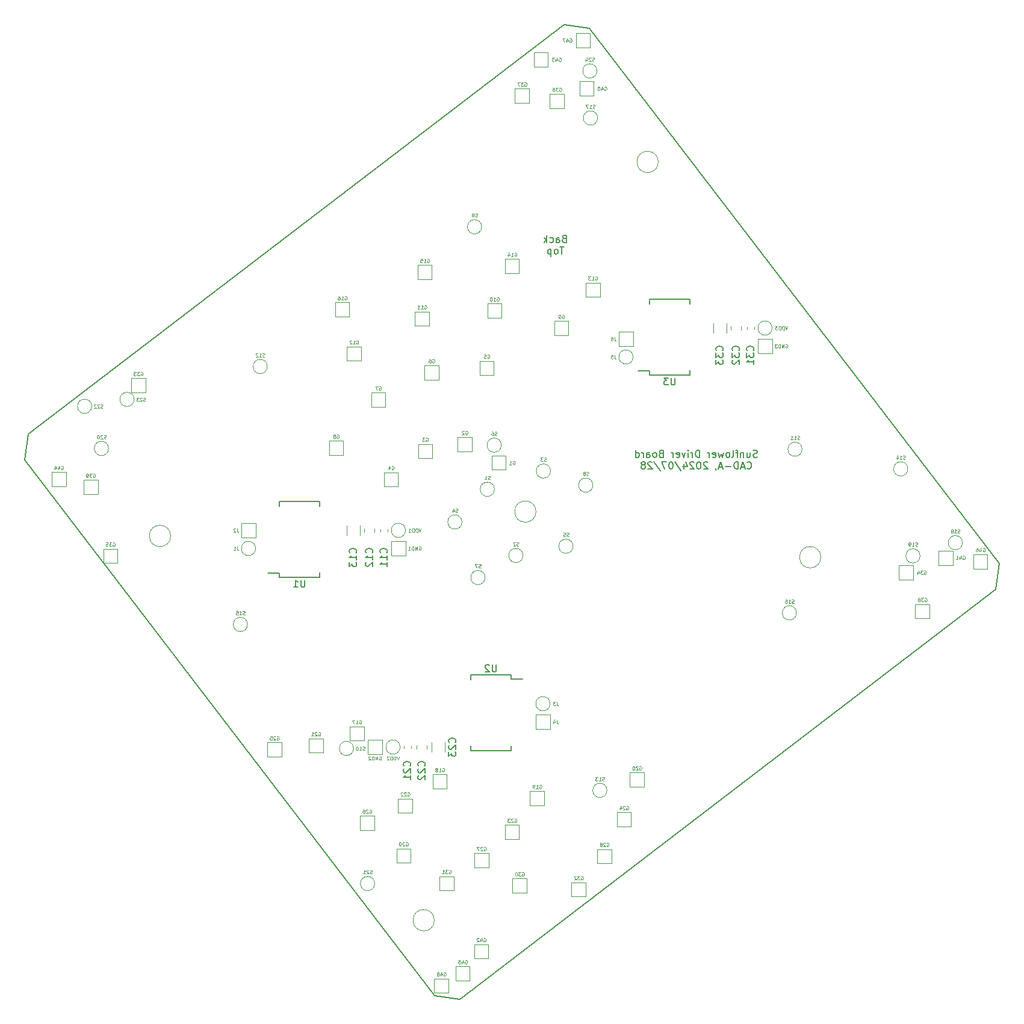
<source format=gbo>
G04 #@! TF.GenerationSoftware,KiCad,Pcbnew,5.1.9+dfsg1-1+deb11u1*
G04 #@! TF.CreationDate,2024-07-30T12:46:16+01:00*
G04 #@! TF.ProjectId,drivers,64726976-6572-4732-9e6b-696361645f70,rev?*
G04 #@! TF.SameCoordinates,Original*
G04 #@! TF.FileFunction,Legend,Bot*
G04 #@! TF.FilePolarity,Positive*
%FSLAX46Y46*%
G04 Gerber Fmt 4.6, Leading zero omitted, Abs format (unit mm)*
G04 Created by KiCad (PCBNEW 5.1.9+dfsg1-1+deb11u1) date 2024-07-30 12:46:16*
%MOMM*%
%LPD*%
G01*
G04 APERTURE LIST*
G04 #@! TA.AperFunction,Profile*
%ADD10C,0.050000*%
G04 #@! TD*
G04 #@! TA.AperFunction,Profile*
%ADD11C,0.150000*%
G04 #@! TD*
%ADD12C,0.150000*%
%ADD13C,0.120000*%
%ADD14C,0.100000*%
%ADD15R,1.750000X0.450000*%
%ADD16C,1.800000*%
%ADD17R,1.800000X1.800000*%
G04 APERTURE END LIST*
D10*
X89068477Y-157426062D02*
G75*
G03*
X89068477Y-157426062I-1500000J0D01*
G01*
X120564477Y-50770062D02*
G75*
G03*
X120564477Y-50770062I-1500000J0D01*
G01*
X143424477Y-106372062D02*
G75*
G03*
X143424477Y-106372062I-1500000J0D01*
G01*
X51984477Y-103372062D02*
G75*
G03*
X51984477Y-103372062I-1500000J0D01*
G01*
D11*
X168510657Y-107287602D02*
X168025517Y-110929962D01*
X31975497Y-89073262D02*
X31487817Y-92710542D01*
X92706897Y-168514302D02*
X89074697Y-168029162D01*
X107296657Y-31483842D02*
X110908537Y-31951202D01*
D12*
X134470096Y-92259823D02*
X134327238Y-92307442D01*
X134089143Y-92307442D01*
X133993905Y-92259823D01*
X133946286Y-92212204D01*
X133898667Y-92116966D01*
X133898667Y-92021728D01*
X133946286Y-91926490D01*
X133993905Y-91878871D01*
X134089143Y-91831252D01*
X134279619Y-91783633D01*
X134374857Y-91736014D01*
X134422477Y-91688395D01*
X134470096Y-91593157D01*
X134470096Y-91497919D01*
X134422477Y-91402681D01*
X134374857Y-91355062D01*
X134279619Y-91307442D01*
X134041524Y-91307442D01*
X133898667Y-91355062D01*
X133041524Y-91640776D02*
X133041524Y-92307442D01*
X133470096Y-91640776D02*
X133470096Y-92164585D01*
X133422477Y-92259823D01*
X133327238Y-92307442D01*
X133184381Y-92307442D01*
X133089143Y-92259823D01*
X133041524Y-92212204D01*
X132565334Y-91640776D02*
X132565334Y-92307442D01*
X132565334Y-91736014D02*
X132517715Y-91688395D01*
X132422477Y-91640776D01*
X132279619Y-91640776D01*
X132184381Y-91688395D01*
X132136762Y-91783633D01*
X132136762Y-92307442D01*
X131803429Y-91640776D02*
X131422477Y-91640776D01*
X131660572Y-92307442D02*
X131660572Y-91450300D01*
X131612953Y-91355062D01*
X131517715Y-91307442D01*
X131422477Y-91307442D01*
X130946286Y-92307442D02*
X131041524Y-92259823D01*
X131089143Y-92164585D01*
X131089143Y-91307442D01*
X130422477Y-92307442D02*
X130517715Y-92259823D01*
X130565334Y-92212204D01*
X130612953Y-92116966D01*
X130612953Y-91831252D01*
X130565334Y-91736014D01*
X130517715Y-91688395D01*
X130422477Y-91640776D01*
X130279619Y-91640776D01*
X130184381Y-91688395D01*
X130136762Y-91736014D01*
X130089143Y-91831252D01*
X130089143Y-92116966D01*
X130136762Y-92212204D01*
X130184381Y-92259823D01*
X130279619Y-92307442D01*
X130422477Y-92307442D01*
X129755810Y-91640776D02*
X129565334Y-92307442D01*
X129374857Y-91831252D01*
X129184381Y-92307442D01*
X128993905Y-91640776D01*
X128232000Y-92259823D02*
X128327238Y-92307442D01*
X128517715Y-92307442D01*
X128612953Y-92259823D01*
X128660572Y-92164585D01*
X128660572Y-91783633D01*
X128612953Y-91688395D01*
X128517715Y-91640776D01*
X128327238Y-91640776D01*
X128232000Y-91688395D01*
X128184381Y-91783633D01*
X128184381Y-91878871D01*
X128660572Y-91974109D01*
X127755810Y-92307442D02*
X127755810Y-91640776D01*
X127755810Y-91831252D02*
X127708191Y-91736014D01*
X127660572Y-91688395D01*
X127565334Y-91640776D01*
X127470096Y-91640776D01*
X126374857Y-92307442D02*
X126374857Y-91307442D01*
X126136762Y-91307442D01*
X125993905Y-91355062D01*
X125898667Y-91450300D01*
X125851048Y-91545538D01*
X125803429Y-91736014D01*
X125803429Y-91878871D01*
X125851048Y-92069347D01*
X125898667Y-92164585D01*
X125993905Y-92259823D01*
X126136762Y-92307442D01*
X126374857Y-92307442D01*
X125374857Y-92307442D02*
X125374857Y-91640776D01*
X125374857Y-91831252D02*
X125327238Y-91736014D01*
X125279619Y-91688395D01*
X125184381Y-91640776D01*
X125089143Y-91640776D01*
X124755810Y-92307442D02*
X124755810Y-91640776D01*
X124755810Y-91307442D02*
X124803429Y-91355062D01*
X124755810Y-91402681D01*
X124708191Y-91355062D01*
X124755810Y-91307442D01*
X124755810Y-91402681D01*
X124374857Y-91640776D02*
X124136762Y-92307442D01*
X123898667Y-91640776D01*
X123136762Y-92259823D02*
X123232000Y-92307442D01*
X123422477Y-92307442D01*
X123517715Y-92259823D01*
X123565334Y-92164585D01*
X123565334Y-91783633D01*
X123517715Y-91688395D01*
X123422477Y-91640776D01*
X123232000Y-91640776D01*
X123136762Y-91688395D01*
X123089143Y-91783633D01*
X123089143Y-91878871D01*
X123565334Y-91974109D01*
X122660572Y-92307442D02*
X122660572Y-91640776D01*
X122660572Y-91831252D02*
X122612953Y-91736014D01*
X122565334Y-91688395D01*
X122470096Y-91640776D01*
X122374857Y-91640776D01*
X120946286Y-91783633D02*
X120803429Y-91831252D01*
X120755810Y-91878871D01*
X120708191Y-91974109D01*
X120708191Y-92116966D01*
X120755810Y-92212204D01*
X120803429Y-92259823D01*
X120898667Y-92307442D01*
X121279619Y-92307442D01*
X121279619Y-91307442D01*
X120946286Y-91307442D01*
X120851048Y-91355062D01*
X120803429Y-91402681D01*
X120755810Y-91497919D01*
X120755810Y-91593157D01*
X120803429Y-91688395D01*
X120851048Y-91736014D01*
X120946286Y-91783633D01*
X121279619Y-91783633D01*
X120136762Y-92307442D02*
X120232000Y-92259823D01*
X120279619Y-92212204D01*
X120327238Y-92116966D01*
X120327238Y-91831252D01*
X120279619Y-91736014D01*
X120232000Y-91688395D01*
X120136762Y-91640776D01*
X119993905Y-91640776D01*
X119898667Y-91688395D01*
X119851048Y-91736014D01*
X119803429Y-91831252D01*
X119803429Y-92116966D01*
X119851048Y-92212204D01*
X119898667Y-92259823D01*
X119993905Y-92307442D01*
X120136762Y-92307442D01*
X118946286Y-92307442D02*
X118946286Y-91783633D01*
X118993905Y-91688395D01*
X119089143Y-91640776D01*
X119279619Y-91640776D01*
X119374857Y-91688395D01*
X118946286Y-92259823D02*
X119041524Y-92307442D01*
X119279619Y-92307442D01*
X119374857Y-92259823D01*
X119422477Y-92164585D01*
X119422477Y-92069347D01*
X119374857Y-91974109D01*
X119279619Y-91926490D01*
X119041524Y-91926490D01*
X118946286Y-91878871D01*
X118470096Y-92307442D02*
X118470096Y-91640776D01*
X118470096Y-91831252D02*
X118422477Y-91736014D01*
X118374857Y-91688395D01*
X118279619Y-91640776D01*
X118184381Y-91640776D01*
X117422477Y-92307442D02*
X117422477Y-91307442D01*
X117422477Y-92259823D02*
X117517715Y-92307442D01*
X117708191Y-92307442D01*
X117803429Y-92259823D01*
X117851048Y-92212204D01*
X117898667Y-92116966D01*
X117898667Y-91831252D01*
X117851048Y-91736014D01*
X117803429Y-91688395D01*
X117708191Y-91640776D01*
X117517715Y-91640776D01*
X117422477Y-91688395D01*
X133065334Y-93862204D02*
X133112953Y-93909823D01*
X133255810Y-93957442D01*
X133351048Y-93957442D01*
X133493905Y-93909823D01*
X133589143Y-93814585D01*
X133636762Y-93719347D01*
X133684381Y-93528871D01*
X133684381Y-93386014D01*
X133636762Y-93195538D01*
X133589143Y-93100300D01*
X133493905Y-93005062D01*
X133351048Y-92957442D01*
X133255810Y-92957442D01*
X133112953Y-93005062D01*
X133065334Y-93052681D01*
X132684381Y-93671728D02*
X132208191Y-93671728D01*
X132779619Y-93957442D02*
X132446286Y-92957442D01*
X132112953Y-93957442D01*
X131779619Y-93957442D02*
X131779619Y-92957442D01*
X131541524Y-92957442D01*
X131398667Y-93005062D01*
X131303429Y-93100300D01*
X131255810Y-93195538D01*
X131208191Y-93386014D01*
X131208191Y-93528871D01*
X131255810Y-93719347D01*
X131303429Y-93814585D01*
X131398667Y-93909823D01*
X131541524Y-93957442D01*
X131779619Y-93957442D01*
X130779619Y-93576490D02*
X130017715Y-93576490D01*
X129589143Y-93671728D02*
X129112953Y-93671728D01*
X129684381Y-93957442D02*
X129351048Y-92957442D01*
X129017715Y-93957442D01*
X128636762Y-93909823D02*
X128636762Y-93957442D01*
X128684381Y-94052681D01*
X128732000Y-94100300D01*
X127493905Y-93052681D02*
X127446286Y-93005062D01*
X127351048Y-92957442D01*
X127112953Y-92957442D01*
X127017715Y-93005062D01*
X126970096Y-93052681D01*
X126922477Y-93147919D01*
X126922477Y-93243157D01*
X126970096Y-93386014D01*
X127541524Y-93957442D01*
X126922477Y-93957442D01*
X126303429Y-92957442D02*
X126208191Y-92957442D01*
X126112953Y-93005062D01*
X126065334Y-93052681D01*
X126017715Y-93147919D01*
X125970096Y-93338395D01*
X125970096Y-93576490D01*
X126017715Y-93766966D01*
X126065334Y-93862204D01*
X126112953Y-93909823D01*
X126208191Y-93957442D01*
X126303429Y-93957442D01*
X126398667Y-93909823D01*
X126446286Y-93862204D01*
X126493905Y-93766966D01*
X126541524Y-93576490D01*
X126541524Y-93338395D01*
X126493905Y-93147919D01*
X126446286Y-93052681D01*
X126398667Y-93005062D01*
X126303429Y-92957442D01*
X125589143Y-93052681D02*
X125541524Y-93005062D01*
X125446286Y-92957442D01*
X125208191Y-92957442D01*
X125112953Y-93005062D01*
X125065334Y-93052681D01*
X125017715Y-93147919D01*
X125017715Y-93243157D01*
X125065334Y-93386014D01*
X125636762Y-93957442D01*
X125017715Y-93957442D01*
X124160572Y-93290776D02*
X124160572Y-93957442D01*
X124398667Y-92909823D02*
X124636762Y-93624109D01*
X124017715Y-93624109D01*
X122922477Y-92909823D02*
X123779619Y-94195538D01*
X122398667Y-92957442D02*
X122303429Y-92957442D01*
X122208191Y-93005062D01*
X122160572Y-93052681D01*
X122112953Y-93147919D01*
X122065334Y-93338395D01*
X122065334Y-93576490D01*
X122112953Y-93766966D01*
X122160572Y-93862204D01*
X122208191Y-93909823D01*
X122303429Y-93957442D01*
X122398667Y-93957442D01*
X122493905Y-93909823D01*
X122541524Y-93862204D01*
X122589143Y-93766966D01*
X122636762Y-93576490D01*
X122636762Y-93338395D01*
X122589143Y-93147919D01*
X122541524Y-93052681D01*
X122493905Y-93005062D01*
X122398667Y-92957442D01*
X121732000Y-92957442D02*
X121065334Y-92957442D01*
X121493905Y-93957442D01*
X119970096Y-92909823D02*
X120827238Y-94195538D01*
X119684381Y-93052681D02*
X119636762Y-93005062D01*
X119541524Y-92957442D01*
X119303429Y-92957442D01*
X119208191Y-93005062D01*
X119160572Y-93052681D01*
X119112953Y-93147919D01*
X119112953Y-93243157D01*
X119160572Y-93386014D01*
X119732000Y-93957442D01*
X119112953Y-93957442D01*
X118541524Y-93386014D02*
X118636762Y-93338395D01*
X118684381Y-93290776D01*
X118732000Y-93195538D01*
X118732000Y-93147919D01*
X118684381Y-93052681D01*
X118636762Y-93005062D01*
X118541524Y-92957442D01*
X118351048Y-92957442D01*
X118255810Y-93005062D01*
X118208191Y-93052681D01*
X118160572Y-93147919D01*
X118160572Y-93195538D01*
X118208191Y-93290776D01*
X118255810Y-93338395D01*
X118351048Y-93386014D01*
X118541524Y-93386014D01*
X118636762Y-93433633D01*
X118684381Y-93481252D01*
X118732000Y-93576490D01*
X118732000Y-93766966D01*
X118684381Y-93862204D01*
X118636762Y-93909823D01*
X118541524Y-93957442D01*
X118351048Y-93957442D01*
X118255810Y-93909823D01*
X118208191Y-93862204D01*
X118160572Y-93766966D01*
X118160572Y-93576490D01*
X118208191Y-93481252D01*
X118255810Y-93433633D01*
X118351048Y-93386014D01*
X107324762Y-61557633D02*
X107181905Y-61605252D01*
X107134286Y-61652871D01*
X107086667Y-61748109D01*
X107086667Y-61890966D01*
X107134286Y-61986204D01*
X107181905Y-62033823D01*
X107277143Y-62081442D01*
X107658096Y-62081442D01*
X107658096Y-61081442D01*
X107324762Y-61081442D01*
X107229524Y-61129062D01*
X107181905Y-61176681D01*
X107134286Y-61271919D01*
X107134286Y-61367157D01*
X107181905Y-61462395D01*
X107229524Y-61510014D01*
X107324762Y-61557633D01*
X107658096Y-61557633D01*
X106229524Y-62081442D02*
X106229524Y-61557633D01*
X106277143Y-61462395D01*
X106372381Y-61414776D01*
X106562857Y-61414776D01*
X106658096Y-61462395D01*
X106229524Y-62033823D02*
X106324762Y-62081442D01*
X106562857Y-62081442D01*
X106658096Y-62033823D01*
X106705715Y-61938585D01*
X106705715Y-61843347D01*
X106658096Y-61748109D01*
X106562857Y-61700490D01*
X106324762Y-61700490D01*
X106229524Y-61652871D01*
X105324762Y-62033823D02*
X105420000Y-62081442D01*
X105610477Y-62081442D01*
X105705715Y-62033823D01*
X105753334Y-61986204D01*
X105800953Y-61890966D01*
X105800953Y-61605252D01*
X105753334Y-61510014D01*
X105705715Y-61462395D01*
X105610477Y-61414776D01*
X105420000Y-61414776D01*
X105324762Y-61462395D01*
X104896191Y-62081442D02*
X104896191Y-61081442D01*
X104800953Y-61700490D02*
X104515238Y-62081442D01*
X104515238Y-61414776D02*
X104896191Y-61795728D01*
X107300953Y-62731442D02*
X106729524Y-62731442D01*
X107015238Y-63731442D02*
X107015238Y-62731442D01*
X106253334Y-63731442D02*
X106348572Y-63683823D01*
X106396191Y-63636204D01*
X106443810Y-63540966D01*
X106443810Y-63255252D01*
X106396191Y-63160014D01*
X106348572Y-63112395D01*
X106253334Y-63064776D01*
X106110477Y-63064776D01*
X106015238Y-63112395D01*
X105967619Y-63160014D01*
X105920000Y-63255252D01*
X105920000Y-63540966D01*
X105967619Y-63636204D01*
X106015238Y-63683823D01*
X106110477Y-63731442D01*
X106253334Y-63731442D01*
X105491429Y-63064776D02*
X105491429Y-64064776D01*
X105491429Y-63112395D02*
X105396191Y-63064776D01*
X105205715Y-63064776D01*
X105110477Y-63112395D01*
X105062857Y-63160014D01*
X105015238Y-63255252D01*
X105015238Y-63540966D01*
X105062857Y-63636204D01*
X105110477Y-63683823D01*
X105205715Y-63731442D01*
X105396191Y-63731442D01*
X105491429Y-63683823D01*
D11*
X92706897Y-168514302D02*
X168025517Y-110929962D01*
X168510657Y-107287602D02*
X110908537Y-31951202D01*
X31975497Y-89073262D02*
X107296657Y-31483842D01*
X89074697Y-168029162D02*
X31487817Y-92710542D01*
D10*
X103370000Y-99951320D02*
G75*
G03*
X103370000Y-99951320I-1500000J0D01*
G01*
D12*
X67229000Y-108636000D02*
X65629000Y-108636000D01*
X67229000Y-98561000D02*
X72979000Y-98561000D01*
X67229000Y-109211000D02*
X72979000Y-109211000D01*
X67229000Y-98561000D02*
X67229000Y-99211000D01*
X72979000Y-98561000D02*
X72979000Y-99211000D01*
X72979000Y-109211000D02*
X72979000Y-108561000D01*
X67229000Y-109211000D02*
X67229000Y-108636000D01*
D13*
X130134477Y-73426810D02*
X130134477Y-74849314D01*
X128314477Y-73426810D02*
X128314477Y-74849314D01*
D12*
X99903000Y-123520000D02*
X101503000Y-123520000D01*
X99903000Y-133595000D02*
X94153000Y-133595000D01*
X99903000Y-122945000D02*
X94153000Y-122945000D01*
X99903000Y-133595000D02*
X99903000Y-132945000D01*
X94153000Y-133595000D02*
X94153000Y-132945000D01*
X94153000Y-122945000D02*
X94153000Y-123595000D01*
X99903000Y-122945000D02*
X99903000Y-123520000D01*
X119299000Y-80763000D02*
X119299000Y-80188000D01*
X125049000Y-80763000D02*
X125049000Y-80113000D01*
X125049000Y-70113000D02*
X125049000Y-70763000D01*
X119299000Y-70113000D02*
X119299000Y-70763000D01*
X119299000Y-80763000D02*
X125049000Y-80763000D01*
X119299000Y-70113000D02*
X125049000Y-70113000D01*
X119299000Y-80188000D02*
X117699000Y-80188000D01*
D13*
X98484089Y-90610486D02*
G75*
G03*
X98484089Y-90610486I-1000000J0D01*
G01*
X159999412Y-105473216D02*
X161999412Y-105473216D01*
X161999412Y-107473216D02*
X161999412Y-105473216D01*
X159999412Y-107473216D02*
X161999412Y-107473216D01*
X159999412Y-107473216D02*
X159999412Y-105473216D01*
X97141489Y-94063938D02*
X97141489Y-92063938D01*
X97141489Y-94063938D02*
X99141489Y-94063938D01*
X99141489Y-94063938D02*
X99141489Y-92063938D01*
X97141489Y-92063938D02*
X99141489Y-92063938D01*
X92324310Y-89466117D02*
X94324310Y-89466117D01*
X94324310Y-91466117D02*
X94324310Y-89466117D01*
X92324310Y-91466117D02*
X94324310Y-91466117D01*
X92324310Y-91466117D02*
X92324310Y-89466117D01*
X86784864Y-92446859D02*
X86784864Y-90446859D01*
X86784864Y-92446859D02*
X88784864Y-92446859D01*
X88784864Y-92446859D02*
X88784864Y-90446859D01*
X86784864Y-90446859D02*
X88784864Y-90446859D01*
X81974182Y-94437930D02*
X83974182Y-94437930D01*
X83974182Y-96437930D02*
X83974182Y-94437930D01*
X81974182Y-96437930D02*
X83974182Y-96437930D01*
X81974182Y-96437930D02*
X81974182Y-94437930D01*
X95431602Y-80762476D02*
X95431602Y-78762476D01*
X95431602Y-80762476D02*
X97431602Y-80762476D01*
X97431602Y-80762476D02*
X97431602Y-78762476D01*
X95431602Y-78762476D02*
X97431602Y-78762476D01*
X87683876Y-79399837D02*
X89683876Y-79399837D01*
X89683876Y-81399837D02*
X89683876Y-79399837D01*
X87683876Y-81399837D02*
X89683876Y-81399837D01*
X87683876Y-81399837D02*
X87683876Y-79399837D01*
X80195598Y-83221183D02*
X82195598Y-83221183D01*
X82195598Y-85221183D02*
X82195598Y-83221183D01*
X80195598Y-85221183D02*
X82195598Y-85221183D01*
X80195598Y-85221183D02*
X80195598Y-83221183D01*
X74257910Y-91994566D02*
X74257910Y-89994566D01*
X74257910Y-91994566D02*
X76257910Y-91994566D01*
X76257910Y-91994566D02*
X76257910Y-89994566D01*
X74257910Y-89994566D02*
X76257910Y-89994566D01*
X105925511Y-73153835D02*
X107925511Y-73153835D01*
X107925511Y-75153835D02*
X107925511Y-73153835D01*
X105925511Y-75153835D02*
X107925511Y-75153835D01*
X105925511Y-75153835D02*
X105925511Y-73153835D01*
X96524136Y-72700073D02*
X96524136Y-70700073D01*
X96524136Y-72700073D02*
X98524136Y-72700073D01*
X98524136Y-72700073D02*
X98524136Y-70700073D01*
X96524136Y-70700073D02*
X98524136Y-70700073D01*
X86333737Y-71836949D02*
X88333737Y-71836949D01*
X88333737Y-73836949D02*
X88333737Y-71836949D01*
X86333737Y-73836949D02*
X88333737Y-73836949D01*
X86333737Y-73836949D02*
X86333737Y-71836949D01*
X76754778Y-76754666D02*
X78754778Y-76754666D01*
X78754778Y-78754666D02*
X78754778Y-76754666D01*
X76754778Y-78754666D02*
X78754778Y-78754666D01*
X76754778Y-78754666D02*
X76754778Y-76754666D01*
X110365416Y-69774046D02*
X110365416Y-67774046D01*
X110365416Y-69774046D02*
X112365416Y-69774046D01*
X112365416Y-69774046D02*
X112365416Y-67774046D01*
X110365416Y-67774046D02*
X112365416Y-67774046D01*
X99000104Y-66416548D02*
X99000104Y-64416548D01*
X99000104Y-66416548D02*
X101000104Y-66416548D01*
X101000104Y-66416548D02*
X101000104Y-64416548D01*
X99000104Y-64416548D02*
X101000104Y-64416548D01*
X86725815Y-65276612D02*
X88725815Y-65276612D01*
X88725815Y-67276612D02*
X88725815Y-65276612D01*
X86725815Y-67276612D02*
X88725815Y-67276612D01*
X86725815Y-67276612D02*
X86725815Y-65276612D01*
X77166096Y-130181806D02*
X79166096Y-130181806D01*
X79166096Y-132181806D02*
X79166096Y-130181806D01*
X77166096Y-132181806D02*
X79166096Y-132181806D01*
X77166096Y-132181806D02*
X77166096Y-130181806D01*
X88839052Y-138920589D02*
X88839052Y-136920589D01*
X88839052Y-138920589D02*
X90839052Y-138920589D01*
X90839052Y-138920589D02*
X90839052Y-136920589D01*
X88839052Y-136920589D02*
X90839052Y-136920589D01*
X102522366Y-139262726D02*
X104522366Y-139262726D01*
X104522366Y-141262726D02*
X104522366Y-139262726D01*
X102522366Y-141262726D02*
X104522366Y-141262726D01*
X102522366Y-141262726D02*
X102522366Y-139262726D01*
X116556827Y-138651159D02*
X116556827Y-136651159D01*
X116556827Y-138651159D02*
X118556827Y-138651159D01*
X118556827Y-138651159D02*
X118556827Y-136651159D01*
X116556827Y-136651159D02*
X118556827Y-136651159D01*
X71416832Y-131872033D02*
X73416832Y-131872033D01*
X73416832Y-133872033D02*
X73416832Y-131872033D01*
X71416832Y-133872033D02*
X73416832Y-133872033D01*
X71416832Y-133872033D02*
X71416832Y-131872033D01*
X83959012Y-142324156D02*
X83959012Y-140324156D01*
X83959012Y-142324156D02*
X85959012Y-142324156D01*
X85959012Y-142324156D02*
X85959012Y-140324156D01*
X83959012Y-140324156D02*
X85959012Y-140324156D01*
X98999773Y-144016607D02*
X100999773Y-144016607D01*
X100999773Y-146016607D02*
X100999773Y-144016607D01*
X98999773Y-146016607D02*
X100999773Y-146016607D01*
X98999773Y-146016607D02*
X98999773Y-144016607D01*
X114744334Y-144257908D02*
X114744334Y-142257908D01*
X114744334Y-144257908D02*
X116744334Y-144257908D01*
X116744334Y-144257908D02*
X116744334Y-142257908D01*
X114744334Y-142257908D02*
X116744334Y-142257908D01*
X65570775Y-132428856D02*
X67570775Y-132428856D01*
X67570775Y-134428856D02*
X67570775Y-132428856D01*
X65570775Y-134428856D02*
X67570775Y-134428856D01*
X65570775Y-134428856D02*
X65570775Y-132428856D01*
X78609763Y-144726347D02*
X78609763Y-142726347D01*
X78609763Y-144726347D02*
X80609763Y-144726347D01*
X80609763Y-144726347D02*
X80609763Y-142726347D01*
X78609763Y-142726347D02*
X80609763Y-142726347D01*
X94711718Y-148011905D02*
X96711718Y-148011905D01*
X96711718Y-150011905D02*
X96711718Y-148011905D01*
X94711718Y-150011905D02*
X96711718Y-150011905D01*
X94711718Y-150011905D02*
X94711718Y-148011905D01*
X111975293Y-147425653D02*
X113975293Y-147425653D01*
X113975293Y-149425653D02*
X113975293Y-147425653D01*
X111975293Y-149425653D02*
X113975293Y-149425653D01*
X111975293Y-149425653D02*
X111975293Y-147425653D01*
X83751055Y-149362405D02*
X83751055Y-147362405D01*
X83751055Y-149362405D02*
X85751055Y-149362405D01*
X85751055Y-149362405D02*
X85751055Y-147362405D01*
X83751055Y-147362405D02*
X85751055Y-147362405D01*
X100066678Y-153562298D02*
X100066678Y-151562298D01*
X100066678Y-153562298D02*
X102066678Y-153562298D01*
X102066678Y-153562298D02*
X102066678Y-151562298D01*
X100066678Y-151562298D02*
X102066678Y-151562298D01*
X89785752Y-151254480D02*
X91785752Y-151254480D01*
X91785752Y-153254480D02*
X91785752Y-151254480D01*
X89785752Y-153254480D02*
X91785752Y-153254480D01*
X89785752Y-153254480D02*
X89785752Y-151254480D01*
X46430638Y-81181328D02*
X48430638Y-81181328D01*
X48430638Y-83181328D02*
X48430638Y-81181328D01*
X46430638Y-83181328D02*
X48430638Y-83181328D01*
X46430638Y-83181328D02*
X46430638Y-81181328D01*
X154405119Y-109531957D02*
X154405119Y-107531957D01*
X154405119Y-109531957D02*
X156405119Y-109531957D01*
X156405119Y-109531957D02*
X156405119Y-107531957D01*
X154405119Y-107531957D02*
X156405119Y-107531957D01*
X42510000Y-107190000D02*
X42510000Y-105190000D01*
X42510000Y-107190000D02*
X44510000Y-107190000D01*
X44510000Y-107190000D02*
X44510000Y-105190000D01*
X42510000Y-105190000D02*
X44510000Y-105190000D01*
X105312274Y-43205966D02*
X105312274Y-41205966D01*
X105312274Y-43205966D02*
X107312274Y-43205966D01*
X107312274Y-43205966D02*
X107312274Y-41205966D01*
X105312274Y-41205966D02*
X107312274Y-41205966D01*
X100410000Y-40470000D02*
X102410000Y-40470000D01*
X102410000Y-42470000D02*
X102410000Y-40470000D01*
X100410000Y-42470000D02*
X102410000Y-42470000D01*
X100410000Y-42470000D02*
X100410000Y-40470000D01*
X156698852Y-114989468D02*
X156698852Y-112989468D01*
X156698852Y-114989468D02*
X158698852Y-114989468D01*
X158698852Y-114989468D02*
X158698852Y-112989468D01*
X156698852Y-112989468D02*
X158698852Y-112989468D01*
X39742051Y-95513347D02*
X41742051Y-95513347D01*
X41742051Y-97513347D02*
X41742051Y-95513347D01*
X39742051Y-97513347D02*
X41742051Y-97513347D01*
X39742051Y-97513347D02*
X39742051Y-95513347D01*
X109496779Y-41472920D02*
X109496779Y-39472920D01*
X109496779Y-41472920D02*
X111496779Y-41472920D01*
X111496779Y-41472920D02*
X111496779Y-39472920D01*
X109496779Y-39472920D02*
X111496779Y-39472920D01*
X94660000Y-162810000D02*
X94660000Y-160810000D01*
X94660000Y-162810000D02*
X96660000Y-162810000D01*
X96660000Y-162810000D02*
X96660000Y-160810000D01*
X94660000Y-160810000D02*
X96660000Y-160810000D01*
X103048316Y-37407720D02*
X103048316Y-35407720D01*
X103048316Y-37407720D02*
X105048316Y-37407720D01*
X105048316Y-37407720D02*
X105048316Y-35407720D01*
X103048316Y-35407720D02*
X105048316Y-35407720D01*
X35260000Y-94420000D02*
X37260000Y-94420000D01*
X37260000Y-96420000D02*
X37260000Y-94420000D01*
X35260000Y-96420000D02*
X37260000Y-96420000D01*
X35260000Y-96420000D02*
X35260000Y-94420000D01*
X92044912Y-165917920D02*
X92044912Y-163917920D01*
X92044912Y-165917920D02*
X94044912Y-165917920D01*
X94044912Y-165917920D02*
X94044912Y-163917920D01*
X92044912Y-163917920D02*
X94044912Y-163917920D01*
X164870000Y-107970000D02*
X164870000Y-105970000D01*
X164870000Y-107970000D02*
X166870000Y-107970000D01*
X166870000Y-107970000D02*
X166870000Y-105970000D01*
X164870000Y-105970000D02*
X166870000Y-105970000D01*
X97520051Y-96811214D02*
G75*
G03*
X97520051Y-96811214I-1000000J0D01*
G01*
X101535924Y-106125638D02*
G75*
G03*
X101535924Y-106125638I-1000000J0D01*
G01*
X105410827Y-94251699D02*
G75*
G03*
X105410827Y-94251699I-1000000J0D01*
G01*
X92954120Y-101418705D02*
G75*
G03*
X92954120Y-101418705I-1000000J0D01*
G01*
X108577395Y-104827335D02*
G75*
G03*
X108577395Y-104827335I-1000000J0D01*
G01*
X96198809Y-109222998D02*
G75*
G03*
X96198809Y-109222998I-1000000J0D01*
G01*
X111363000Y-96228179D02*
G75*
G03*
X111363000Y-96228179I-1000000J0D01*
G01*
X95719777Y-59891607D02*
G75*
G03*
X95719777Y-59891607I-1000000J0D01*
G01*
X77709204Y-133262446D02*
G75*
G03*
X77709204Y-133262446I-1000000J0D01*
G01*
X140790982Y-91178704D02*
G75*
G03*
X140790982Y-91178704I-1000000J0D01*
G01*
X65573156Y-79546128D02*
G75*
G03*
X65573156Y-79546128I-1000000J0D01*
G01*
X113346035Y-139157128D02*
G75*
G03*
X113346035Y-139157128I-1000000J0D01*
G01*
X155664068Y-93943054D02*
G75*
G03*
X155664068Y-93943054I-1000000J0D01*
G01*
X62792553Y-115825874D02*
G75*
G03*
X62792553Y-115825874I-1000000J0D01*
G01*
X140000543Y-114195204D02*
G75*
G03*
X140000543Y-114195204I-1000000J0D01*
G01*
X112029568Y-44583000D02*
G75*
G03*
X112029568Y-44583000I-1000000J0D01*
G01*
X163345406Y-104319174D02*
G75*
G03*
X163345406Y-104319174I-1000000J0D01*
G01*
X157377135Y-106185303D02*
G75*
G03*
X157377135Y-106185303I-1000000J0D01*
G01*
X43246701Y-91072607D02*
G75*
G03*
X43246701Y-91072607I-1000000J0D01*
G01*
X80677765Y-152266742D02*
G75*
G03*
X80677765Y-152266742I-1000000J0D01*
G01*
X40882458Y-85141438D02*
G75*
G03*
X40882458Y-85141438I-1000000J0D01*
G01*
X46849450Y-84169152D02*
G75*
G03*
X46849450Y-84169152I-1000000J0D01*
G01*
X111937867Y-37971512D02*
G75*
G03*
X111937867Y-37971512I-1000000J0D01*
G01*
X75122098Y-72543224D02*
X75122098Y-70543224D01*
X75122098Y-72543224D02*
X77122098Y-72543224D01*
X77122098Y-72543224D02*
X77122098Y-70543224D01*
X75122098Y-70543224D02*
X77122098Y-70543224D01*
X108364467Y-154110749D02*
X108364467Y-152110749D01*
X108364467Y-154110749D02*
X110364467Y-154110749D01*
X110364467Y-154110749D02*
X110364467Y-152110749D01*
X108364467Y-152110749D02*
X110364467Y-152110749D01*
X108988644Y-34685157D02*
X108988644Y-32685157D01*
X108988644Y-34685157D02*
X110988644Y-34685157D01*
X110988644Y-34685157D02*
X110988644Y-32685157D01*
X108988644Y-32685157D02*
X110988644Y-32685157D01*
X89040000Y-167640000D02*
X89040000Y-165640000D01*
X89040000Y-167640000D02*
X91040000Y-167640000D01*
X91040000Y-167640000D02*
X91040000Y-165640000D01*
X89040000Y-165640000D02*
X91040000Y-165640000D01*
X81470477Y-102445482D02*
X81470477Y-102726642D01*
X82490477Y-102445482D02*
X82490477Y-102726642D01*
X80683477Y-102324810D02*
X80683477Y-102847314D01*
X79213477Y-102324810D02*
X79213477Y-102847314D01*
X76752477Y-101874810D02*
X76752477Y-103297314D01*
X78572477Y-101874810D02*
X78572477Y-103297314D01*
X85792477Y-132925482D02*
X85792477Y-133206642D01*
X84772477Y-132925482D02*
X84772477Y-133206642D01*
X88049477Y-132804810D02*
X88049477Y-133327314D01*
X86579477Y-132804810D02*
X86579477Y-133327314D01*
X88690477Y-132354810D02*
X88690477Y-133777314D01*
X90510477Y-132354810D02*
X90510477Y-133777314D01*
X133032477Y-73997482D02*
X133032477Y-74278642D01*
X134052477Y-73997482D02*
X134052477Y-74278642D01*
X130775477Y-73876810D02*
X130775477Y-74399314D01*
X132245477Y-73876810D02*
X132245477Y-74399314D01*
X85012477Y-106126062D02*
X83012477Y-106126062D01*
X83012477Y-104126062D02*
X83012477Y-106126062D01*
X85012477Y-104126062D02*
X83012477Y-104126062D01*
X85012477Y-104126062D02*
X85012477Y-106126062D01*
X81710477Y-132066062D02*
X81710477Y-134066062D01*
X81710477Y-132066062D02*
X79710477Y-132066062D01*
X79710477Y-132066062D02*
X79710477Y-134066062D01*
X81710477Y-134066062D02*
X79710477Y-134066062D01*
X136574477Y-75678062D02*
X136574477Y-77678062D01*
X136574477Y-75678062D02*
X134574477Y-75678062D01*
X134574477Y-75678062D02*
X134574477Y-77678062D01*
X136574477Y-77678062D02*
X134574477Y-77678062D01*
X63930477Y-105126062D02*
G75*
G03*
X63930477Y-105126062I-1000000J0D01*
G01*
X63930477Y-101586062D02*
X63930477Y-103586062D01*
X63930477Y-101586062D02*
X61930477Y-101586062D01*
X61930477Y-101586062D02*
X61930477Y-103586062D01*
X63930477Y-103586062D02*
X61930477Y-103586062D01*
X105332477Y-126970062D02*
G75*
G03*
X105332477Y-126970062I-1000000J0D01*
G01*
X105332477Y-130510062D02*
X103332477Y-130510062D01*
X103332477Y-128510062D02*
X103332477Y-130510062D01*
X105332477Y-128510062D02*
X103332477Y-128510062D01*
X105332477Y-128510062D02*
X105332477Y-130510062D01*
X117016477Y-78202062D02*
G75*
G03*
X117016477Y-78202062I-1000000J0D01*
G01*
X117016477Y-74662062D02*
X117016477Y-76662062D01*
X117016477Y-74662062D02*
X115016477Y-74662062D01*
X115016477Y-74662062D02*
X115016477Y-76662062D01*
X117016477Y-76662062D02*
X115016477Y-76662062D01*
X85012477Y-102586062D02*
G75*
G03*
X85012477Y-102586062I-1000000J0D01*
G01*
X84250477Y-133066062D02*
G75*
G03*
X84250477Y-133066062I-1000000J0D01*
G01*
X136574477Y-74138062D02*
G75*
G03*
X136574477Y-74138062I-1000000J0D01*
G01*
D12*
X70865904Y-109588380D02*
X70865904Y-110397904D01*
X70818285Y-110493142D01*
X70770666Y-110540761D01*
X70675428Y-110588380D01*
X70484952Y-110588380D01*
X70389714Y-110540761D01*
X70342095Y-110493142D01*
X70294476Y-110397904D01*
X70294476Y-109588380D01*
X69294476Y-110588380D02*
X69865904Y-110588380D01*
X69580190Y-110588380D02*
X69580190Y-109588380D01*
X69675428Y-109731238D01*
X69770666Y-109826476D01*
X69865904Y-109874095D01*
X129581619Y-77305204D02*
X129629238Y-77257585D01*
X129676857Y-77114728D01*
X129676857Y-77019490D01*
X129629238Y-76876633D01*
X129534000Y-76781395D01*
X129438762Y-76733776D01*
X129248286Y-76686157D01*
X129105429Y-76686157D01*
X128914953Y-76733776D01*
X128819715Y-76781395D01*
X128724477Y-76876633D01*
X128676857Y-77019490D01*
X128676857Y-77114728D01*
X128724477Y-77257585D01*
X128772096Y-77305204D01*
X128676857Y-77638538D02*
X128676857Y-78257585D01*
X129057810Y-77924252D01*
X129057810Y-78067109D01*
X129105429Y-78162347D01*
X129153048Y-78209966D01*
X129248286Y-78257585D01*
X129486381Y-78257585D01*
X129581619Y-78209966D01*
X129629238Y-78162347D01*
X129676857Y-78067109D01*
X129676857Y-77781395D01*
X129629238Y-77686157D01*
X129581619Y-77638538D01*
X128676857Y-78590919D02*
X128676857Y-79209966D01*
X129057810Y-78876633D01*
X129057810Y-79019490D01*
X129105429Y-79114728D01*
X129153048Y-79162347D01*
X129248286Y-79209966D01*
X129486381Y-79209966D01*
X129581619Y-79162347D01*
X129629238Y-79114728D01*
X129676857Y-79019490D01*
X129676857Y-78733776D01*
X129629238Y-78638538D01*
X129581619Y-78590919D01*
X97789904Y-121472380D02*
X97789904Y-122281904D01*
X97742285Y-122377142D01*
X97694666Y-122424761D01*
X97599428Y-122472380D01*
X97408952Y-122472380D01*
X97313714Y-122424761D01*
X97266095Y-122377142D01*
X97218476Y-122281904D01*
X97218476Y-121472380D01*
X96789904Y-121567619D02*
X96742285Y-121520000D01*
X96647047Y-121472380D01*
X96408952Y-121472380D01*
X96313714Y-121520000D01*
X96266095Y-121567619D01*
X96218476Y-121662857D01*
X96218476Y-121758095D01*
X96266095Y-121900952D01*
X96837523Y-122472380D01*
X96218476Y-122472380D01*
X122935904Y-81140380D02*
X122935904Y-81949904D01*
X122888285Y-82045142D01*
X122840666Y-82092761D01*
X122745428Y-82140380D01*
X122554952Y-82140380D01*
X122459714Y-82092761D01*
X122412095Y-82045142D01*
X122364476Y-81949904D01*
X122364476Y-81140380D01*
X121983523Y-81140380D02*
X121364476Y-81140380D01*
X121697809Y-81521333D01*
X121554952Y-81521333D01*
X121459714Y-81568952D01*
X121412095Y-81616571D01*
X121364476Y-81711809D01*
X121364476Y-81949904D01*
X121412095Y-82045142D01*
X121459714Y-82092761D01*
X121554952Y-82140380D01*
X121840666Y-82140380D01*
X121935904Y-82092761D01*
X121983523Y-82045142D01*
D14*
X97875041Y-89212866D02*
X97803612Y-89236676D01*
X97684565Y-89236676D01*
X97636946Y-89212866D01*
X97613136Y-89189057D01*
X97589327Y-89141438D01*
X97589327Y-89093819D01*
X97613136Y-89046200D01*
X97636946Y-89022390D01*
X97684565Y-88998581D01*
X97779803Y-88974771D01*
X97827422Y-88950962D01*
X97851231Y-88927152D01*
X97875041Y-88879533D01*
X97875041Y-88831914D01*
X97851231Y-88784295D01*
X97827422Y-88760486D01*
X97779803Y-88736676D01*
X97660755Y-88736676D01*
X97589327Y-88760486D01*
X97160755Y-88736676D02*
X97255993Y-88736676D01*
X97303612Y-88760486D01*
X97327422Y-88784295D01*
X97375041Y-88855724D01*
X97398850Y-88950962D01*
X97398850Y-89141438D01*
X97375041Y-89189057D01*
X97351231Y-89212866D01*
X97303612Y-89236676D01*
X97208374Y-89236676D01*
X97160755Y-89212866D01*
X97136946Y-89189057D01*
X97113136Y-89141438D01*
X97113136Y-89022390D01*
X97136946Y-88974771D01*
X97160755Y-88950962D01*
X97208374Y-88927152D01*
X97303612Y-88927152D01*
X97351231Y-88950962D01*
X97375041Y-88974771D01*
X97398850Y-89022390D01*
X163405715Y-106198062D02*
X163453334Y-106174252D01*
X163524762Y-106174252D01*
X163596191Y-106198062D01*
X163643810Y-106245681D01*
X163667619Y-106293300D01*
X163691429Y-106388538D01*
X163691429Y-106459966D01*
X163667619Y-106555204D01*
X163643810Y-106602823D01*
X163596191Y-106650442D01*
X163524762Y-106674252D01*
X163477143Y-106674252D01*
X163405715Y-106650442D01*
X163381905Y-106626633D01*
X163381905Y-106459966D01*
X163477143Y-106459966D01*
X162953334Y-106340919D02*
X162953334Y-106674252D01*
X163072381Y-106150442D02*
X163191429Y-106507585D01*
X162881905Y-106507585D01*
X162429524Y-106674252D02*
X162715238Y-106674252D01*
X162572381Y-106674252D02*
X162572381Y-106174252D01*
X162620000Y-106245681D01*
X162667619Y-106293300D01*
X162715238Y-106317109D01*
X100117619Y-92848062D02*
X100165238Y-92824252D01*
X100236667Y-92824252D01*
X100308096Y-92848062D01*
X100355715Y-92895681D01*
X100379524Y-92943300D01*
X100403334Y-93038538D01*
X100403334Y-93109966D01*
X100379524Y-93205204D01*
X100355715Y-93252823D01*
X100308096Y-93300442D01*
X100236667Y-93324252D01*
X100189048Y-93324252D01*
X100117619Y-93300442D01*
X100093810Y-93276633D01*
X100093810Y-93109966D01*
X100189048Y-93109966D01*
X99617619Y-93324252D02*
X99903334Y-93324252D01*
X99760477Y-93324252D02*
X99760477Y-92824252D01*
X99808096Y-92895681D01*
X99855715Y-92943300D01*
X99903334Y-92967109D01*
X93441452Y-88616117D02*
X93489071Y-88592307D01*
X93560500Y-88592307D01*
X93631929Y-88616117D01*
X93679548Y-88663736D01*
X93703357Y-88711355D01*
X93727167Y-88806593D01*
X93727167Y-88878021D01*
X93703357Y-88973259D01*
X93679548Y-89020878D01*
X93631929Y-89068497D01*
X93560500Y-89092307D01*
X93512881Y-89092307D01*
X93441452Y-89068497D01*
X93417643Y-89044688D01*
X93417643Y-88878021D01*
X93512881Y-88878021D01*
X93227167Y-88639926D02*
X93203357Y-88616117D01*
X93155738Y-88592307D01*
X93036690Y-88592307D01*
X92989071Y-88616117D01*
X92965262Y-88639926D01*
X92941452Y-88687545D01*
X92941452Y-88735164D01*
X92965262Y-88806593D01*
X93250976Y-89092307D01*
X92941452Y-89092307D01*
X87902006Y-89596859D02*
X87949625Y-89573049D01*
X88021054Y-89573049D01*
X88092483Y-89596859D01*
X88140102Y-89644478D01*
X88163911Y-89692097D01*
X88187721Y-89787335D01*
X88187721Y-89858763D01*
X88163911Y-89954001D01*
X88140102Y-90001620D01*
X88092483Y-90049239D01*
X88021054Y-90073049D01*
X87973435Y-90073049D01*
X87902006Y-90049239D01*
X87878197Y-90025430D01*
X87878197Y-89858763D01*
X87973435Y-89858763D01*
X87711530Y-89573049D02*
X87402006Y-89573049D01*
X87568673Y-89763525D01*
X87497244Y-89763525D01*
X87449625Y-89787335D01*
X87425816Y-89811144D01*
X87402006Y-89858763D01*
X87402006Y-89977811D01*
X87425816Y-90025430D01*
X87449625Y-90049239D01*
X87497244Y-90073049D01*
X87640102Y-90073049D01*
X87687721Y-90049239D01*
X87711530Y-90025430D01*
X83091324Y-93587930D02*
X83138943Y-93564120D01*
X83210372Y-93564120D01*
X83281801Y-93587930D01*
X83329420Y-93635549D01*
X83353229Y-93683168D01*
X83377039Y-93778406D01*
X83377039Y-93849834D01*
X83353229Y-93945072D01*
X83329420Y-93992691D01*
X83281801Y-94040310D01*
X83210372Y-94064120D01*
X83162753Y-94064120D01*
X83091324Y-94040310D01*
X83067515Y-94016501D01*
X83067515Y-93849834D01*
X83162753Y-93849834D01*
X82638943Y-93730787D02*
X82638943Y-94064120D01*
X82757991Y-93540310D02*
X82877039Y-93897453D01*
X82567515Y-93897453D01*
X96548744Y-77912476D02*
X96596363Y-77888666D01*
X96667792Y-77888666D01*
X96739221Y-77912476D01*
X96786840Y-77960095D01*
X96810649Y-78007714D01*
X96834459Y-78102952D01*
X96834459Y-78174380D01*
X96810649Y-78269618D01*
X96786840Y-78317237D01*
X96739221Y-78364856D01*
X96667792Y-78388666D01*
X96620173Y-78388666D01*
X96548744Y-78364856D01*
X96524935Y-78341047D01*
X96524935Y-78174380D01*
X96620173Y-78174380D01*
X96072554Y-77888666D02*
X96310649Y-77888666D01*
X96334459Y-78126761D01*
X96310649Y-78102952D01*
X96263030Y-78079142D01*
X96143982Y-78079142D01*
X96096363Y-78102952D01*
X96072554Y-78126761D01*
X96048744Y-78174380D01*
X96048744Y-78293428D01*
X96072554Y-78341047D01*
X96096363Y-78364856D01*
X96143982Y-78388666D01*
X96263030Y-78388666D01*
X96310649Y-78364856D01*
X96334459Y-78341047D01*
X88801018Y-78549837D02*
X88848637Y-78526027D01*
X88920066Y-78526027D01*
X88991495Y-78549837D01*
X89039114Y-78597456D01*
X89062923Y-78645075D01*
X89086733Y-78740313D01*
X89086733Y-78811741D01*
X89062923Y-78906979D01*
X89039114Y-78954598D01*
X88991495Y-79002217D01*
X88920066Y-79026027D01*
X88872447Y-79026027D01*
X88801018Y-79002217D01*
X88777209Y-78978408D01*
X88777209Y-78811741D01*
X88872447Y-78811741D01*
X88348637Y-78526027D02*
X88443876Y-78526027D01*
X88491495Y-78549837D01*
X88515304Y-78573646D01*
X88562923Y-78645075D01*
X88586733Y-78740313D01*
X88586733Y-78930789D01*
X88562923Y-78978408D01*
X88539114Y-79002217D01*
X88491495Y-79026027D01*
X88396256Y-79026027D01*
X88348637Y-79002217D01*
X88324828Y-78978408D01*
X88301018Y-78930789D01*
X88301018Y-78811741D01*
X88324828Y-78764122D01*
X88348637Y-78740313D01*
X88396256Y-78716503D01*
X88491495Y-78716503D01*
X88539114Y-78740313D01*
X88562923Y-78764122D01*
X88586733Y-78811741D01*
X81312740Y-82371183D02*
X81360359Y-82347373D01*
X81431788Y-82347373D01*
X81503217Y-82371183D01*
X81550836Y-82418802D01*
X81574645Y-82466421D01*
X81598455Y-82561659D01*
X81598455Y-82633087D01*
X81574645Y-82728325D01*
X81550836Y-82775944D01*
X81503217Y-82823563D01*
X81431788Y-82847373D01*
X81384169Y-82847373D01*
X81312740Y-82823563D01*
X81288931Y-82799754D01*
X81288931Y-82633087D01*
X81384169Y-82633087D01*
X81122264Y-82347373D02*
X80788931Y-82347373D01*
X81003217Y-82847373D01*
X75375052Y-89144566D02*
X75422671Y-89120756D01*
X75494100Y-89120756D01*
X75565529Y-89144566D01*
X75613148Y-89192185D01*
X75636957Y-89239804D01*
X75660767Y-89335042D01*
X75660767Y-89406470D01*
X75636957Y-89501708D01*
X75613148Y-89549327D01*
X75565529Y-89596946D01*
X75494100Y-89620756D01*
X75446481Y-89620756D01*
X75375052Y-89596946D01*
X75351243Y-89573137D01*
X75351243Y-89406470D01*
X75446481Y-89406470D01*
X75065529Y-89335042D02*
X75113148Y-89311232D01*
X75136957Y-89287423D01*
X75160767Y-89239804D01*
X75160767Y-89215994D01*
X75136957Y-89168375D01*
X75113148Y-89144566D01*
X75065529Y-89120756D01*
X74970290Y-89120756D01*
X74922671Y-89144566D01*
X74898862Y-89168375D01*
X74875052Y-89215994D01*
X74875052Y-89239804D01*
X74898862Y-89287423D01*
X74922671Y-89311232D01*
X74970290Y-89335042D01*
X75065529Y-89335042D01*
X75113148Y-89358851D01*
X75136957Y-89382661D01*
X75160767Y-89430280D01*
X75160767Y-89525518D01*
X75136957Y-89573137D01*
X75113148Y-89596946D01*
X75065529Y-89620756D01*
X74970290Y-89620756D01*
X74922671Y-89596946D01*
X74898862Y-89573137D01*
X74875052Y-89525518D01*
X74875052Y-89430280D01*
X74898862Y-89382661D01*
X74922671Y-89358851D01*
X74970290Y-89335042D01*
X107042653Y-72303835D02*
X107090272Y-72280025D01*
X107161701Y-72280025D01*
X107233130Y-72303835D01*
X107280749Y-72351454D01*
X107304558Y-72399073D01*
X107328368Y-72494311D01*
X107328368Y-72565739D01*
X107304558Y-72660977D01*
X107280749Y-72708596D01*
X107233130Y-72756215D01*
X107161701Y-72780025D01*
X107114082Y-72780025D01*
X107042653Y-72756215D01*
X107018844Y-72732406D01*
X107018844Y-72565739D01*
X107114082Y-72565739D01*
X106780749Y-72780025D02*
X106685511Y-72780025D01*
X106637891Y-72756215D01*
X106614082Y-72732406D01*
X106566463Y-72660977D01*
X106542653Y-72565739D01*
X106542653Y-72375263D01*
X106566463Y-72327644D01*
X106590272Y-72303835D01*
X106637891Y-72280025D01*
X106733130Y-72280025D01*
X106780749Y-72303835D01*
X106804558Y-72327644D01*
X106828368Y-72375263D01*
X106828368Y-72494311D01*
X106804558Y-72541930D01*
X106780749Y-72565739D01*
X106733130Y-72589549D01*
X106637891Y-72589549D01*
X106590272Y-72565739D01*
X106566463Y-72541930D01*
X106542653Y-72494311D01*
X97879374Y-69850073D02*
X97926993Y-69826263D01*
X97998421Y-69826263D01*
X98069850Y-69850073D01*
X98117469Y-69897692D01*
X98141278Y-69945311D01*
X98165088Y-70040549D01*
X98165088Y-70111977D01*
X98141278Y-70207215D01*
X98117469Y-70254834D01*
X98069850Y-70302453D01*
X97998421Y-70326263D01*
X97950802Y-70326263D01*
X97879374Y-70302453D01*
X97855564Y-70278644D01*
X97855564Y-70111977D01*
X97950802Y-70111977D01*
X97379374Y-70326263D02*
X97665088Y-70326263D01*
X97522231Y-70326263D02*
X97522231Y-69826263D01*
X97569850Y-69897692D01*
X97617469Y-69945311D01*
X97665088Y-69969120D01*
X97069850Y-69826263D02*
X97022231Y-69826263D01*
X96974612Y-69850073D01*
X96950802Y-69873882D01*
X96926993Y-69921501D01*
X96903183Y-70016739D01*
X96903183Y-70135787D01*
X96926993Y-70231025D01*
X96950802Y-70278644D01*
X96974612Y-70302453D01*
X97022231Y-70326263D01*
X97069850Y-70326263D01*
X97117469Y-70302453D01*
X97141278Y-70278644D01*
X97165088Y-70231025D01*
X97188897Y-70135787D01*
X97188897Y-70016739D01*
X97165088Y-69921501D01*
X97141278Y-69873882D01*
X97117469Y-69850073D01*
X97069850Y-69826263D01*
X87688975Y-70986949D02*
X87736594Y-70963139D01*
X87808022Y-70963139D01*
X87879451Y-70986949D01*
X87927070Y-71034568D01*
X87950879Y-71082187D01*
X87974689Y-71177425D01*
X87974689Y-71248853D01*
X87950879Y-71344091D01*
X87927070Y-71391710D01*
X87879451Y-71439329D01*
X87808022Y-71463139D01*
X87760403Y-71463139D01*
X87688975Y-71439329D01*
X87665165Y-71415520D01*
X87665165Y-71248853D01*
X87760403Y-71248853D01*
X87188975Y-71463139D02*
X87474689Y-71463139D01*
X87331832Y-71463139D02*
X87331832Y-70963139D01*
X87379451Y-71034568D01*
X87427070Y-71082187D01*
X87474689Y-71105996D01*
X86712784Y-71463139D02*
X86998498Y-71463139D01*
X86855641Y-71463139D02*
X86855641Y-70963139D01*
X86903260Y-71034568D01*
X86950879Y-71082187D01*
X86998498Y-71105996D01*
X78110016Y-75904666D02*
X78157635Y-75880856D01*
X78229063Y-75880856D01*
X78300492Y-75904666D01*
X78348111Y-75952285D01*
X78371920Y-75999904D01*
X78395730Y-76095142D01*
X78395730Y-76166570D01*
X78371920Y-76261808D01*
X78348111Y-76309427D01*
X78300492Y-76357046D01*
X78229063Y-76380856D01*
X78181444Y-76380856D01*
X78110016Y-76357046D01*
X78086206Y-76333237D01*
X78086206Y-76166570D01*
X78181444Y-76166570D01*
X77610016Y-76380856D02*
X77895730Y-76380856D01*
X77752873Y-76380856D02*
X77752873Y-75880856D01*
X77800492Y-75952285D01*
X77848111Y-75999904D01*
X77895730Y-76023713D01*
X77419539Y-75928475D02*
X77395730Y-75904666D01*
X77348111Y-75880856D01*
X77229063Y-75880856D01*
X77181444Y-75904666D01*
X77157635Y-75928475D01*
X77133825Y-75976094D01*
X77133825Y-76023713D01*
X77157635Y-76095142D01*
X77443349Y-76380856D01*
X77133825Y-76380856D01*
X111720654Y-66924046D02*
X111768273Y-66900236D01*
X111839701Y-66900236D01*
X111911130Y-66924046D01*
X111958749Y-66971665D01*
X111982558Y-67019284D01*
X112006368Y-67114522D01*
X112006368Y-67185950D01*
X111982558Y-67281188D01*
X111958749Y-67328807D01*
X111911130Y-67376426D01*
X111839701Y-67400236D01*
X111792082Y-67400236D01*
X111720654Y-67376426D01*
X111696844Y-67352617D01*
X111696844Y-67185950D01*
X111792082Y-67185950D01*
X111220654Y-67400236D02*
X111506368Y-67400236D01*
X111363511Y-67400236D02*
X111363511Y-66900236D01*
X111411130Y-66971665D01*
X111458749Y-67019284D01*
X111506368Y-67043093D01*
X111053987Y-66900236D02*
X110744463Y-66900236D01*
X110911130Y-67090712D01*
X110839701Y-67090712D01*
X110792082Y-67114522D01*
X110768273Y-67138331D01*
X110744463Y-67185950D01*
X110744463Y-67304998D01*
X110768273Y-67352617D01*
X110792082Y-67376426D01*
X110839701Y-67400236D01*
X110982558Y-67400236D01*
X111030177Y-67376426D01*
X111053987Y-67352617D01*
X100355342Y-63566548D02*
X100402961Y-63542738D01*
X100474389Y-63542738D01*
X100545818Y-63566548D01*
X100593437Y-63614167D01*
X100617246Y-63661786D01*
X100641056Y-63757024D01*
X100641056Y-63828452D01*
X100617246Y-63923690D01*
X100593437Y-63971309D01*
X100545818Y-64018928D01*
X100474389Y-64042738D01*
X100426770Y-64042738D01*
X100355342Y-64018928D01*
X100331532Y-63995119D01*
X100331532Y-63828452D01*
X100426770Y-63828452D01*
X99855342Y-64042738D02*
X100141056Y-64042738D01*
X99998199Y-64042738D02*
X99998199Y-63542738D01*
X100045818Y-63614167D01*
X100093437Y-63661786D01*
X100141056Y-63685595D01*
X99426770Y-63709405D02*
X99426770Y-64042738D01*
X99545818Y-63518928D02*
X99664865Y-63876071D01*
X99355342Y-63876071D01*
X88081053Y-64426612D02*
X88128672Y-64402802D01*
X88200100Y-64402802D01*
X88271529Y-64426612D01*
X88319148Y-64474231D01*
X88342957Y-64521850D01*
X88366767Y-64617088D01*
X88366767Y-64688516D01*
X88342957Y-64783754D01*
X88319148Y-64831373D01*
X88271529Y-64878992D01*
X88200100Y-64902802D01*
X88152481Y-64902802D01*
X88081053Y-64878992D01*
X88057243Y-64855183D01*
X88057243Y-64688516D01*
X88152481Y-64688516D01*
X87581053Y-64902802D02*
X87866767Y-64902802D01*
X87723910Y-64902802D02*
X87723910Y-64402802D01*
X87771529Y-64474231D01*
X87819148Y-64521850D01*
X87866767Y-64545659D01*
X87128672Y-64402802D02*
X87366767Y-64402802D01*
X87390576Y-64640897D01*
X87366767Y-64617088D01*
X87319148Y-64593278D01*
X87200100Y-64593278D01*
X87152481Y-64617088D01*
X87128672Y-64640897D01*
X87104862Y-64688516D01*
X87104862Y-64807564D01*
X87128672Y-64855183D01*
X87152481Y-64878992D01*
X87200100Y-64902802D01*
X87319148Y-64902802D01*
X87366767Y-64878992D01*
X87390576Y-64855183D01*
X78521334Y-129331806D02*
X78568953Y-129307996D01*
X78640381Y-129307996D01*
X78711810Y-129331806D01*
X78759429Y-129379425D01*
X78783238Y-129427044D01*
X78807048Y-129522282D01*
X78807048Y-129593710D01*
X78783238Y-129688948D01*
X78759429Y-129736567D01*
X78711810Y-129784186D01*
X78640381Y-129807996D01*
X78592762Y-129807996D01*
X78521334Y-129784186D01*
X78497524Y-129760377D01*
X78497524Y-129593710D01*
X78592762Y-129593710D01*
X78021334Y-129807996D02*
X78307048Y-129807996D01*
X78164191Y-129807996D02*
X78164191Y-129307996D01*
X78211810Y-129379425D01*
X78259429Y-129427044D01*
X78307048Y-129450853D01*
X77854667Y-129307996D02*
X77521334Y-129307996D01*
X77735619Y-129807996D01*
X90194290Y-136070589D02*
X90241909Y-136046779D01*
X90313337Y-136046779D01*
X90384766Y-136070589D01*
X90432385Y-136118208D01*
X90456194Y-136165827D01*
X90480004Y-136261065D01*
X90480004Y-136332493D01*
X90456194Y-136427731D01*
X90432385Y-136475350D01*
X90384766Y-136522969D01*
X90313337Y-136546779D01*
X90265718Y-136546779D01*
X90194290Y-136522969D01*
X90170480Y-136499160D01*
X90170480Y-136332493D01*
X90265718Y-136332493D01*
X89694290Y-136546779D02*
X89980004Y-136546779D01*
X89837147Y-136546779D02*
X89837147Y-136046779D01*
X89884766Y-136118208D01*
X89932385Y-136165827D01*
X89980004Y-136189636D01*
X89408575Y-136261065D02*
X89456194Y-136237255D01*
X89480004Y-136213446D01*
X89503813Y-136165827D01*
X89503813Y-136142017D01*
X89480004Y-136094398D01*
X89456194Y-136070589D01*
X89408575Y-136046779D01*
X89313337Y-136046779D01*
X89265718Y-136070589D01*
X89241909Y-136094398D01*
X89218099Y-136142017D01*
X89218099Y-136165827D01*
X89241909Y-136213446D01*
X89265718Y-136237255D01*
X89313337Y-136261065D01*
X89408575Y-136261065D01*
X89456194Y-136284874D01*
X89480004Y-136308684D01*
X89503813Y-136356303D01*
X89503813Y-136451541D01*
X89480004Y-136499160D01*
X89456194Y-136522969D01*
X89408575Y-136546779D01*
X89313337Y-136546779D01*
X89265718Y-136522969D01*
X89241909Y-136499160D01*
X89218099Y-136451541D01*
X89218099Y-136356303D01*
X89241909Y-136308684D01*
X89265718Y-136284874D01*
X89313337Y-136261065D01*
X103877604Y-138412726D02*
X103925223Y-138388916D01*
X103996651Y-138388916D01*
X104068080Y-138412726D01*
X104115699Y-138460345D01*
X104139508Y-138507964D01*
X104163318Y-138603202D01*
X104163318Y-138674630D01*
X104139508Y-138769868D01*
X104115699Y-138817487D01*
X104068080Y-138865106D01*
X103996651Y-138888916D01*
X103949032Y-138888916D01*
X103877604Y-138865106D01*
X103853794Y-138841297D01*
X103853794Y-138674630D01*
X103949032Y-138674630D01*
X103377604Y-138888916D02*
X103663318Y-138888916D01*
X103520461Y-138888916D02*
X103520461Y-138388916D01*
X103568080Y-138460345D01*
X103615699Y-138507964D01*
X103663318Y-138531773D01*
X103139508Y-138888916D02*
X103044270Y-138888916D01*
X102996651Y-138865106D01*
X102972842Y-138841297D01*
X102925223Y-138769868D01*
X102901413Y-138674630D01*
X102901413Y-138484154D01*
X102925223Y-138436535D01*
X102949032Y-138412726D01*
X102996651Y-138388916D01*
X103091889Y-138388916D01*
X103139508Y-138412726D01*
X103163318Y-138436535D01*
X103187127Y-138484154D01*
X103187127Y-138603202D01*
X103163318Y-138650821D01*
X103139508Y-138674630D01*
X103091889Y-138698440D01*
X102996651Y-138698440D01*
X102949032Y-138674630D01*
X102925223Y-138650821D01*
X102901413Y-138603202D01*
X117912065Y-135801159D02*
X117959684Y-135777349D01*
X118031112Y-135777349D01*
X118102541Y-135801159D01*
X118150160Y-135848778D01*
X118173969Y-135896397D01*
X118197779Y-135991635D01*
X118197779Y-136063063D01*
X118173969Y-136158301D01*
X118150160Y-136205920D01*
X118102541Y-136253539D01*
X118031112Y-136277349D01*
X117983493Y-136277349D01*
X117912065Y-136253539D01*
X117888255Y-136229730D01*
X117888255Y-136063063D01*
X117983493Y-136063063D01*
X117697779Y-135824968D02*
X117673969Y-135801159D01*
X117626350Y-135777349D01*
X117507303Y-135777349D01*
X117459684Y-135801159D01*
X117435874Y-135824968D01*
X117412065Y-135872587D01*
X117412065Y-135920206D01*
X117435874Y-135991635D01*
X117721588Y-136277349D01*
X117412065Y-136277349D01*
X117102541Y-135777349D02*
X117054922Y-135777349D01*
X117007303Y-135801159D01*
X116983493Y-135824968D01*
X116959684Y-135872587D01*
X116935874Y-135967825D01*
X116935874Y-136086873D01*
X116959684Y-136182111D01*
X116983493Y-136229730D01*
X117007303Y-136253539D01*
X117054922Y-136277349D01*
X117102541Y-136277349D01*
X117150160Y-136253539D01*
X117173969Y-136229730D01*
X117197779Y-136182111D01*
X117221588Y-136086873D01*
X117221588Y-135967825D01*
X117197779Y-135872587D01*
X117173969Y-135824968D01*
X117150160Y-135801159D01*
X117102541Y-135777349D01*
X72772070Y-131022033D02*
X72819689Y-130998223D01*
X72891117Y-130998223D01*
X72962546Y-131022033D01*
X73010165Y-131069652D01*
X73033974Y-131117271D01*
X73057784Y-131212509D01*
X73057784Y-131283937D01*
X73033974Y-131379175D01*
X73010165Y-131426794D01*
X72962546Y-131474413D01*
X72891117Y-131498223D01*
X72843498Y-131498223D01*
X72772070Y-131474413D01*
X72748260Y-131450604D01*
X72748260Y-131283937D01*
X72843498Y-131283937D01*
X72557784Y-131045842D02*
X72533974Y-131022033D01*
X72486355Y-130998223D01*
X72367308Y-130998223D01*
X72319689Y-131022033D01*
X72295879Y-131045842D01*
X72272070Y-131093461D01*
X72272070Y-131141080D01*
X72295879Y-131212509D01*
X72581593Y-131498223D01*
X72272070Y-131498223D01*
X71795879Y-131498223D02*
X72081593Y-131498223D01*
X71938736Y-131498223D02*
X71938736Y-130998223D01*
X71986355Y-131069652D01*
X72033974Y-131117271D01*
X72081593Y-131141080D01*
X85314250Y-139474156D02*
X85361869Y-139450346D01*
X85433297Y-139450346D01*
X85504726Y-139474156D01*
X85552345Y-139521775D01*
X85576154Y-139569394D01*
X85599964Y-139664632D01*
X85599964Y-139736060D01*
X85576154Y-139831298D01*
X85552345Y-139878917D01*
X85504726Y-139926536D01*
X85433297Y-139950346D01*
X85385678Y-139950346D01*
X85314250Y-139926536D01*
X85290440Y-139902727D01*
X85290440Y-139736060D01*
X85385678Y-139736060D01*
X85099964Y-139497965D02*
X85076154Y-139474156D01*
X85028535Y-139450346D01*
X84909488Y-139450346D01*
X84861869Y-139474156D01*
X84838059Y-139497965D01*
X84814250Y-139545584D01*
X84814250Y-139593203D01*
X84838059Y-139664632D01*
X85123773Y-139950346D01*
X84814250Y-139950346D01*
X84623773Y-139497965D02*
X84599964Y-139474156D01*
X84552345Y-139450346D01*
X84433297Y-139450346D01*
X84385678Y-139474156D01*
X84361869Y-139497965D01*
X84338059Y-139545584D01*
X84338059Y-139593203D01*
X84361869Y-139664632D01*
X84647583Y-139950346D01*
X84338059Y-139950346D01*
X100355011Y-143166607D02*
X100402630Y-143142797D01*
X100474058Y-143142797D01*
X100545487Y-143166607D01*
X100593106Y-143214226D01*
X100616915Y-143261845D01*
X100640725Y-143357083D01*
X100640725Y-143428511D01*
X100616915Y-143523749D01*
X100593106Y-143571368D01*
X100545487Y-143618987D01*
X100474058Y-143642797D01*
X100426439Y-143642797D01*
X100355011Y-143618987D01*
X100331201Y-143595178D01*
X100331201Y-143428511D01*
X100426439Y-143428511D01*
X100140725Y-143190416D02*
X100116915Y-143166607D01*
X100069296Y-143142797D01*
X99950249Y-143142797D01*
X99902630Y-143166607D01*
X99878820Y-143190416D01*
X99855011Y-143238035D01*
X99855011Y-143285654D01*
X99878820Y-143357083D01*
X100164534Y-143642797D01*
X99855011Y-143642797D01*
X99688344Y-143142797D02*
X99378820Y-143142797D01*
X99545487Y-143333273D01*
X99474058Y-143333273D01*
X99426439Y-143357083D01*
X99402630Y-143380892D01*
X99378820Y-143428511D01*
X99378820Y-143547559D01*
X99402630Y-143595178D01*
X99426439Y-143618987D01*
X99474058Y-143642797D01*
X99616915Y-143642797D01*
X99664534Y-143618987D01*
X99688344Y-143595178D01*
X116099572Y-141407908D02*
X116147191Y-141384098D01*
X116218619Y-141384098D01*
X116290048Y-141407908D01*
X116337667Y-141455527D01*
X116361476Y-141503146D01*
X116385286Y-141598384D01*
X116385286Y-141669812D01*
X116361476Y-141765050D01*
X116337667Y-141812669D01*
X116290048Y-141860288D01*
X116218619Y-141884098D01*
X116171000Y-141884098D01*
X116099572Y-141860288D01*
X116075762Y-141836479D01*
X116075762Y-141669812D01*
X116171000Y-141669812D01*
X115885286Y-141431717D02*
X115861476Y-141407908D01*
X115813857Y-141384098D01*
X115694810Y-141384098D01*
X115647191Y-141407908D01*
X115623381Y-141431717D01*
X115599572Y-141479336D01*
X115599572Y-141526955D01*
X115623381Y-141598384D01*
X115909095Y-141884098D01*
X115599572Y-141884098D01*
X115171000Y-141550765D02*
X115171000Y-141884098D01*
X115290048Y-141360288D02*
X115409095Y-141717431D01*
X115099572Y-141717431D01*
X66926013Y-131578856D02*
X66973632Y-131555046D01*
X67045060Y-131555046D01*
X67116489Y-131578856D01*
X67164108Y-131626475D01*
X67187917Y-131674094D01*
X67211727Y-131769332D01*
X67211727Y-131840760D01*
X67187917Y-131935998D01*
X67164108Y-131983617D01*
X67116489Y-132031236D01*
X67045060Y-132055046D01*
X66997441Y-132055046D01*
X66926013Y-132031236D01*
X66902203Y-132007427D01*
X66902203Y-131840760D01*
X66997441Y-131840760D01*
X66711727Y-131602665D02*
X66687917Y-131578856D01*
X66640298Y-131555046D01*
X66521251Y-131555046D01*
X66473632Y-131578856D01*
X66449822Y-131602665D01*
X66426013Y-131650284D01*
X66426013Y-131697903D01*
X66449822Y-131769332D01*
X66735536Y-132055046D01*
X66426013Y-132055046D01*
X65973632Y-131555046D02*
X66211727Y-131555046D01*
X66235536Y-131793141D01*
X66211727Y-131769332D01*
X66164108Y-131745522D01*
X66045060Y-131745522D01*
X65997441Y-131769332D01*
X65973632Y-131793141D01*
X65949822Y-131840760D01*
X65949822Y-131959808D01*
X65973632Y-132007427D01*
X65997441Y-132031236D01*
X66045060Y-132055046D01*
X66164108Y-132055046D01*
X66211727Y-132031236D01*
X66235536Y-132007427D01*
X79965001Y-141876347D02*
X80012620Y-141852537D01*
X80084048Y-141852537D01*
X80155477Y-141876347D01*
X80203096Y-141923966D01*
X80226905Y-141971585D01*
X80250715Y-142066823D01*
X80250715Y-142138251D01*
X80226905Y-142233489D01*
X80203096Y-142281108D01*
X80155477Y-142328727D01*
X80084048Y-142352537D01*
X80036429Y-142352537D01*
X79965001Y-142328727D01*
X79941191Y-142304918D01*
X79941191Y-142138251D01*
X80036429Y-142138251D01*
X79750715Y-141900156D02*
X79726905Y-141876347D01*
X79679286Y-141852537D01*
X79560239Y-141852537D01*
X79512620Y-141876347D01*
X79488810Y-141900156D01*
X79465001Y-141947775D01*
X79465001Y-141995394D01*
X79488810Y-142066823D01*
X79774524Y-142352537D01*
X79465001Y-142352537D01*
X79036429Y-141852537D02*
X79131667Y-141852537D01*
X79179286Y-141876347D01*
X79203096Y-141900156D01*
X79250715Y-141971585D01*
X79274524Y-142066823D01*
X79274524Y-142257299D01*
X79250715Y-142304918D01*
X79226905Y-142328727D01*
X79179286Y-142352537D01*
X79084048Y-142352537D01*
X79036429Y-142328727D01*
X79012620Y-142304918D01*
X78988810Y-142257299D01*
X78988810Y-142138251D01*
X79012620Y-142090632D01*
X79036429Y-142066823D01*
X79084048Y-142043013D01*
X79179286Y-142043013D01*
X79226905Y-142066823D01*
X79250715Y-142090632D01*
X79274524Y-142138251D01*
X96066956Y-147161905D02*
X96114575Y-147138095D01*
X96186003Y-147138095D01*
X96257432Y-147161905D01*
X96305051Y-147209524D01*
X96328860Y-147257143D01*
X96352670Y-147352381D01*
X96352670Y-147423809D01*
X96328860Y-147519047D01*
X96305051Y-147566666D01*
X96257432Y-147614285D01*
X96186003Y-147638095D01*
X96138384Y-147638095D01*
X96066956Y-147614285D01*
X96043146Y-147590476D01*
X96043146Y-147423809D01*
X96138384Y-147423809D01*
X95852670Y-147185714D02*
X95828860Y-147161905D01*
X95781241Y-147138095D01*
X95662194Y-147138095D01*
X95614575Y-147161905D01*
X95590765Y-147185714D01*
X95566956Y-147233333D01*
X95566956Y-147280952D01*
X95590765Y-147352381D01*
X95876479Y-147638095D01*
X95566956Y-147638095D01*
X95400289Y-147138095D02*
X95066956Y-147138095D01*
X95281241Y-147638095D01*
X113330531Y-146575653D02*
X113378150Y-146551843D01*
X113449578Y-146551843D01*
X113521007Y-146575653D01*
X113568626Y-146623272D01*
X113592435Y-146670891D01*
X113616245Y-146766129D01*
X113616245Y-146837557D01*
X113592435Y-146932795D01*
X113568626Y-146980414D01*
X113521007Y-147028033D01*
X113449578Y-147051843D01*
X113401959Y-147051843D01*
X113330531Y-147028033D01*
X113306721Y-147004224D01*
X113306721Y-146837557D01*
X113401959Y-146837557D01*
X113116245Y-146599462D02*
X113092435Y-146575653D01*
X113044816Y-146551843D01*
X112925769Y-146551843D01*
X112878150Y-146575653D01*
X112854340Y-146599462D01*
X112830531Y-146647081D01*
X112830531Y-146694700D01*
X112854340Y-146766129D01*
X113140054Y-147051843D01*
X112830531Y-147051843D01*
X112544816Y-146766129D02*
X112592435Y-146742319D01*
X112616245Y-146718510D01*
X112640054Y-146670891D01*
X112640054Y-146647081D01*
X112616245Y-146599462D01*
X112592435Y-146575653D01*
X112544816Y-146551843D01*
X112449578Y-146551843D01*
X112401959Y-146575653D01*
X112378150Y-146599462D01*
X112354340Y-146647081D01*
X112354340Y-146670891D01*
X112378150Y-146718510D01*
X112401959Y-146742319D01*
X112449578Y-146766129D01*
X112544816Y-146766129D01*
X112592435Y-146789938D01*
X112616245Y-146813748D01*
X112640054Y-146861367D01*
X112640054Y-146956605D01*
X112616245Y-147004224D01*
X112592435Y-147028033D01*
X112544816Y-147051843D01*
X112449578Y-147051843D01*
X112401959Y-147028033D01*
X112378150Y-147004224D01*
X112354340Y-146956605D01*
X112354340Y-146861367D01*
X112378150Y-146813748D01*
X112401959Y-146789938D01*
X112449578Y-146766129D01*
X85106293Y-146512405D02*
X85153912Y-146488595D01*
X85225340Y-146488595D01*
X85296769Y-146512405D01*
X85344388Y-146560024D01*
X85368197Y-146607643D01*
X85392007Y-146702881D01*
X85392007Y-146774309D01*
X85368197Y-146869547D01*
X85344388Y-146917166D01*
X85296769Y-146964785D01*
X85225340Y-146988595D01*
X85177721Y-146988595D01*
X85106293Y-146964785D01*
X85082483Y-146940976D01*
X85082483Y-146774309D01*
X85177721Y-146774309D01*
X84892007Y-146536214D02*
X84868197Y-146512405D01*
X84820578Y-146488595D01*
X84701531Y-146488595D01*
X84653912Y-146512405D01*
X84630102Y-146536214D01*
X84606293Y-146583833D01*
X84606293Y-146631452D01*
X84630102Y-146702881D01*
X84915816Y-146988595D01*
X84606293Y-146988595D01*
X84368197Y-146988595D02*
X84272959Y-146988595D01*
X84225340Y-146964785D01*
X84201531Y-146940976D01*
X84153912Y-146869547D01*
X84130102Y-146774309D01*
X84130102Y-146583833D01*
X84153912Y-146536214D01*
X84177721Y-146512405D01*
X84225340Y-146488595D01*
X84320578Y-146488595D01*
X84368197Y-146512405D01*
X84392007Y-146536214D01*
X84415816Y-146583833D01*
X84415816Y-146702881D01*
X84392007Y-146750500D01*
X84368197Y-146774309D01*
X84320578Y-146798119D01*
X84225340Y-146798119D01*
X84177721Y-146774309D01*
X84153912Y-146750500D01*
X84130102Y-146702881D01*
X101421916Y-150712298D02*
X101469535Y-150688488D01*
X101540963Y-150688488D01*
X101612392Y-150712298D01*
X101660011Y-150759917D01*
X101683820Y-150807536D01*
X101707630Y-150902774D01*
X101707630Y-150974202D01*
X101683820Y-151069440D01*
X101660011Y-151117059D01*
X101612392Y-151164678D01*
X101540963Y-151188488D01*
X101493344Y-151188488D01*
X101421916Y-151164678D01*
X101398106Y-151140869D01*
X101398106Y-150974202D01*
X101493344Y-150974202D01*
X101231439Y-150688488D02*
X100921916Y-150688488D01*
X101088582Y-150878964D01*
X101017154Y-150878964D01*
X100969535Y-150902774D01*
X100945725Y-150926583D01*
X100921916Y-150974202D01*
X100921916Y-151093250D01*
X100945725Y-151140869D01*
X100969535Y-151164678D01*
X101017154Y-151188488D01*
X101160011Y-151188488D01*
X101207630Y-151164678D01*
X101231439Y-151140869D01*
X100612392Y-150688488D02*
X100564773Y-150688488D01*
X100517154Y-150712298D01*
X100493344Y-150736107D01*
X100469535Y-150783726D01*
X100445725Y-150878964D01*
X100445725Y-150998012D01*
X100469535Y-151093250D01*
X100493344Y-151140869D01*
X100517154Y-151164678D01*
X100564773Y-151188488D01*
X100612392Y-151188488D01*
X100660011Y-151164678D01*
X100683820Y-151140869D01*
X100707630Y-151093250D01*
X100731439Y-150998012D01*
X100731439Y-150878964D01*
X100707630Y-150783726D01*
X100683820Y-150736107D01*
X100660011Y-150712298D01*
X100612392Y-150688488D01*
X91140990Y-150404480D02*
X91188609Y-150380670D01*
X91260037Y-150380670D01*
X91331466Y-150404480D01*
X91379085Y-150452099D01*
X91402894Y-150499718D01*
X91426704Y-150594956D01*
X91426704Y-150666384D01*
X91402894Y-150761622D01*
X91379085Y-150809241D01*
X91331466Y-150856860D01*
X91260037Y-150880670D01*
X91212418Y-150880670D01*
X91140990Y-150856860D01*
X91117180Y-150833051D01*
X91117180Y-150666384D01*
X91212418Y-150666384D01*
X90950513Y-150380670D02*
X90640990Y-150380670D01*
X90807656Y-150571146D01*
X90736228Y-150571146D01*
X90688609Y-150594956D01*
X90664799Y-150618765D01*
X90640990Y-150666384D01*
X90640990Y-150785432D01*
X90664799Y-150833051D01*
X90688609Y-150856860D01*
X90736228Y-150880670D01*
X90879085Y-150880670D01*
X90926704Y-150856860D01*
X90950513Y-150833051D01*
X90164799Y-150880670D02*
X90450513Y-150880670D01*
X90307656Y-150880670D02*
X90307656Y-150380670D01*
X90355275Y-150452099D01*
X90402894Y-150499718D01*
X90450513Y-150523527D01*
X47785876Y-80331328D02*
X47833495Y-80307518D01*
X47904923Y-80307518D01*
X47976352Y-80331328D01*
X48023971Y-80378947D01*
X48047780Y-80426566D01*
X48071590Y-80521804D01*
X48071590Y-80593232D01*
X48047780Y-80688470D01*
X48023971Y-80736089D01*
X47976352Y-80783708D01*
X47904923Y-80807518D01*
X47857304Y-80807518D01*
X47785876Y-80783708D01*
X47762066Y-80759899D01*
X47762066Y-80593232D01*
X47857304Y-80593232D01*
X47595399Y-80307518D02*
X47285876Y-80307518D01*
X47452542Y-80497994D01*
X47381114Y-80497994D01*
X47333495Y-80521804D01*
X47309685Y-80545613D01*
X47285876Y-80593232D01*
X47285876Y-80712280D01*
X47309685Y-80759899D01*
X47333495Y-80783708D01*
X47381114Y-80807518D01*
X47523971Y-80807518D01*
X47571590Y-80783708D01*
X47595399Y-80759899D01*
X47119209Y-80307518D02*
X46809685Y-80307518D01*
X46976352Y-80497994D01*
X46904923Y-80497994D01*
X46857304Y-80521804D01*
X46833495Y-80545613D01*
X46809685Y-80593232D01*
X46809685Y-80712280D01*
X46833495Y-80759899D01*
X46857304Y-80783708D01*
X46904923Y-80807518D01*
X47047780Y-80807518D01*
X47095399Y-80783708D01*
X47119209Y-80759899D01*
X157955715Y-108298062D02*
X158003334Y-108274252D01*
X158074762Y-108274252D01*
X158146191Y-108298062D01*
X158193810Y-108345681D01*
X158217619Y-108393300D01*
X158241429Y-108488538D01*
X158241429Y-108559966D01*
X158217619Y-108655204D01*
X158193810Y-108702823D01*
X158146191Y-108750442D01*
X158074762Y-108774252D01*
X158027143Y-108774252D01*
X157955715Y-108750442D01*
X157931905Y-108726633D01*
X157931905Y-108559966D01*
X158027143Y-108559966D01*
X157765238Y-108274252D02*
X157455715Y-108274252D01*
X157622381Y-108464728D01*
X157550953Y-108464728D01*
X157503334Y-108488538D01*
X157479524Y-108512347D01*
X157455715Y-108559966D01*
X157455715Y-108679014D01*
X157479524Y-108726633D01*
X157503334Y-108750442D01*
X157550953Y-108774252D01*
X157693810Y-108774252D01*
X157741429Y-108750442D01*
X157765238Y-108726633D01*
X157027143Y-108440919D02*
X157027143Y-108774252D01*
X157146191Y-108250442D02*
X157265238Y-108607585D01*
X156955715Y-108607585D01*
X43865238Y-104340000D02*
X43912857Y-104316190D01*
X43984285Y-104316190D01*
X44055714Y-104340000D01*
X44103333Y-104387619D01*
X44127142Y-104435238D01*
X44150952Y-104530476D01*
X44150952Y-104601904D01*
X44127142Y-104697142D01*
X44103333Y-104744761D01*
X44055714Y-104792380D01*
X43984285Y-104816190D01*
X43936666Y-104816190D01*
X43865238Y-104792380D01*
X43841428Y-104768571D01*
X43841428Y-104601904D01*
X43936666Y-104601904D01*
X43674761Y-104316190D02*
X43365238Y-104316190D01*
X43531904Y-104506666D01*
X43460476Y-104506666D01*
X43412857Y-104530476D01*
X43389047Y-104554285D01*
X43365238Y-104601904D01*
X43365238Y-104720952D01*
X43389047Y-104768571D01*
X43412857Y-104792380D01*
X43460476Y-104816190D01*
X43603333Y-104816190D01*
X43650952Y-104792380D01*
X43674761Y-104768571D01*
X42912857Y-104316190D02*
X43150952Y-104316190D01*
X43174761Y-104554285D01*
X43150952Y-104530476D01*
X43103333Y-104506666D01*
X42984285Y-104506666D01*
X42936666Y-104530476D01*
X42912857Y-104554285D01*
X42889047Y-104601904D01*
X42889047Y-104720952D01*
X42912857Y-104768571D01*
X42936666Y-104792380D01*
X42984285Y-104816190D01*
X43103333Y-104816190D01*
X43150952Y-104792380D01*
X43174761Y-104768571D01*
X106667512Y-40355966D02*
X106715131Y-40332156D01*
X106786559Y-40332156D01*
X106857988Y-40355966D01*
X106905607Y-40403585D01*
X106929416Y-40451204D01*
X106953226Y-40546442D01*
X106953226Y-40617870D01*
X106929416Y-40713108D01*
X106905607Y-40760727D01*
X106857988Y-40808346D01*
X106786559Y-40832156D01*
X106738940Y-40832156D01*
X106667512Y-40808346D01*
X106643702Y-40784537D01*
X106643702Y-40617870D01*
X106738940Y-40617870D01*
X106477035Y-40332156D02*
X106167512Y-40332156D01*
X106334178Y-40522632D01*
X106262750Y-40522632D01*
X106215131Y-40546442D01*
X106191321Y-40570251D01*
X106167512Y-40617870D01*
X106167512Y-40736918D01*
X106191321Y-40784537D01*
X106215131Y-40808346D01*
X106262750Y-40832156D01*
X106405607Y-40832156D01*
X106453226Y-40808346D01*
X106477035Y-40784537D01*
X105738940Y-40332156D02*
X105834178Y-40332156D01*
X105881797Y-40355966D01*
X105905607Y-40379775D01*
X105953226Y-40451204D01*
X105977035Y-40546442D01*
X105977035Y-40736918D01*
X105953226Y-40784537D01*
X105929416Y-40808346D01*
X105881797Y-40832156D01*
X105786559Y-40832156D01*
X105738940Y-40808346D01*
X105715131Y-40784537D01*
X105691321Y-40736918D01*
X105691321Y-40617870D01*
X105715131Y-40570251D01*
X105738940Y-40546442D01*
X105786559Y-40522632D01*
X105881797Y-40522632D01*
X105929416Y-40546442D01*
X105953226Y-40570251D01*
X105977035Y-40617870D01*
X101765238Y-39620000D02*
X101812857Y-39596190D01*
X101884285Y-39596190D01*
X101955714Y-39620000D01*
X102003333Y-39667619D01*
X102027142Y-39715238D01*
X102050952Y-39810476D01*
X102050952Y-39881904D01*
X102027142Y-39977142D01*
X102003333Y-40024761D01*
X101955714Y-40072380D01*
X101884285Y-40096190D01*
X101836666Y-40096190D01*
X101765238Y-40072380D01*
X101741428Y-40048571D01*
X101741428Y-39881904D01*
X101836666Y-39881904D01*
X101574761Y-39596190D02*
X101265238Y-39596190D01*
X101431904Y-39786666D01*
X101360476Y-39786666D01*
X101312857Y-39810476D01*
X101289047Y-39834285D01*
X101265238Y-39881904D01*
X101265238Y-40000952D01*
X101289047Y-40048571D01*
X101312857Y-40072380D01*
X101360476Y-40096190D01*
X101503333Y-40096190D01*
X101550952Y-40072380D01*
X101574761Y-40048571D01*
X101098571Y-39596190D02*
X100765238Y-39596190D01*
X100979523Y-40096190D01*
X158054090Y-112139468D02*
X158101709Y-112115658D01*
X158173137Y-112115658D01*
X158244566Y-112139468D01*
X158292185Y-112187087D01*
X158315994Y-112234706D01*
X158339804Y-112329944D01*
X158339804Y-112401372D01*
X158315994Y-112496610D01*
X158292185Y-112544229D01*
X158244566Y-112591848D01*
X158173137Y-112615658D01*
X158125518Y-112615658D01*
X158054090Y-112591848D01*
X158030280Y-112568039D01*
X158030280Y-112401372D01*
X158125518Y-112401372D01*
X157863613Y-112115658D02*
X157554090Y-112115658D01*
X157720756Y-112306134D01*
X157649328Y-112306134D01*
X157601709Y-112329944D01*
X157577899Y-112353753D01*
X157554090Y-112401372D01*
X157554090Y-112520420D01*
X157577899Y-112568039D01*
X157601709Y-112591848D01*
X157649328Y-112615658D01*
X157792185Y-112615658D01*
X157839804Y-112591848D01*
X157863613Y-112568039D01*
X157268375Y-112329944D02*
X157315994Y-112306134D01*
X157339804Y-112282325D01*
X157363613Y-112234706D01*
X157363613Y-112210896D01*
X157339804Y-112163277D01*
X157315994Y-112139468D01*
X157268375Y-112115658D01*
X157173137Y-112115658D01*
X157125518Y-112139468D01*
X157101709Y-112163277D01*
X157077899Y-112210896D01*
X157077899Y-112234706D01*
X157101709Y-112282325D01*
X157125518Y-112306134D01*
X157173137Y-112329944D01*
X157268375Y-112329944D01*
X157315994Y-112353753D01*
X157339804Y-112377563D01*
X157363613Y-112425182D01*
X157363613Y-112520420D01*
X157339804Y-112568039D01*
X157315994Y-112591848D01*
X157268375Y-112615658D01*
X157173137Y-112615658D01*
X157125518Y-112591848D01*
X157101709Y-112568039D01*
X157077899Y-112520420D01*
X157077899Y-112425182D01*
X157101709Y-112377563D01*
X157125518Y-112353753D01*
X157173137Y-112329944D01*
X41097289Y-94663347D02*
X41144908Y-94639537D01*
X41216336Y-94639537D01*
X41287765Y-94663347D01*
X41335384Y-94710966D01*
X41359193Y-94758585D01*
X41383003Y-94853823D01*
X41383003Y-94925251D01*
X41359193Y-95020489D01*
X41335384Y-95068108D01*
X41287765Y-95115727D01*
X41216336Y-95139537D01*
X41168717Y-95139537D01*
X41097289Y-95115727D01*
X41073479Y-95091918D01*
X41073479Y-94925251D01*
X41168717Y-94925251D01*
X40906812Y-94639537D02*
X40597289Y-94639537D01*
X40763955Y-94830013D01*
X40692527Y-94830013D01*
X40644908Y-94853823D01*
X40621098Y-94877632D01*
X40597289Y-94925251D01*
X40597289Y-95044299D01*
X40621098Y-95091918D01*
X40644908Y-95115727D01*
X40692527Y-95139537D01*
X40835384Y-95139537D01*
X40883003Y-95115727D01*
X40906812Y-95091918D01*
X40359193Y-95139537D02*
X40263955Y-95139537D01*
X40216336Y-95115727D01*
X40192527Y-95091918D01*
X40144908Y-95020489D01*
X40121098Y-94925251D01*
X40121098Y-94734775D01*
X40144908Y-94687156D01*
X40168717Y-94663347D01*
X40216336Y-94639537D01*
X40311574Y-94639537D01*
X40359193Y-94663347D01*
X40383003Y-94687156D01*
X40406812Y-94734775D01*
X40406812Y-94853823D01*
X40383003Y-94901442D01*
X40359193Y-94925251D01*
X40311574Y-94949061D01*
X40216336Y-94949061D01*
X40168717Y-94925251D01*
X40144908Y-94901442D01*
X40121098Y-94853823D01*
X113005715Y-40248062D02*
X113053334Y-40224252D01*
X113124762Y-40224252D01*
X113196191Y-40248062D01*
X113243810Y-40295681D01*
X113267619Y-40343300D01*
X113291429Y-40438538D01*
X113291429Y-40509966D01*
X113267619Y-40605204D01*
X113243810Y-40652823D01*
X113196191Y-40700442D01*
X113124762Y-40724252D01*
X113077143Y-40724252D01*
X113005715Y-40700442D01*
X112981905Y-40676633D01*
X112981905Y-40509966D01*
X113077143Y-40509966D01*
X112553334Y-40390919D02*
X112553334Y-40724252D01*
X112672381Y-40200442D02*
X112791429Y-40557585D01*
X112481905Y-40557585D01*
X112196191Y-40224252D02*
X112148572Y-40224252D01*
X112100953Y-40248062D01*
X112077143Y-40271871D01*
X112053334Y-40319490D01*
X112029524Y-40414728D01*
X112029524Y-40533776D01*
X112053334Y-40629014D01*
X112077143Y-40676633D01*
X112100953Y-40700442D01*
X112148572Y-40724252D01*
X112196191Y-40724252D01*
X112243810Y-40700442D01*
X112267619Y-40676633D01*
X112291429Y-40629014D01*
X112315238Y-40533776D01*
X112315238Y-40414728D01*
X112291429Y-40319490D01*
X112267619Y-40271871D01*
X112243810Y-40248062D01*
X112196191Y-40224252D01*
X96015238Y-159960000D02*
X96062857Y-159936190D01*
X96134285Y-159936190D01*
X96205714Y-159960000D01*
X96253333Y-160007619D01*
X96277142Y-160055238D01*
X96300952Y-160150476D01*
X96300952Y-160221904D01*
X96277142Y-160317142D01*
X96253333Y-160364761D01*
X96205714Y-160412380D01*
X96134285Y-160436190D01*
X96086666Y-160436190D01*
X96015238Y-160412380D01*
X95991428Y-160388571D01*
X95991428Y-160221904D01*
X96086666Y-160221904D01*
X95562857Y-160102857D02*
X95562857Y-160436190D01*
X95681904Y-159912380D02*
X95800952Y-160269523D01*
X95491428Y-160269523D01*
X95324761Y-159983809D02*
X95300952Y-159960000D01*
X95253333Y-159936190D01*
X95134285Y-159936190D01*
X95086666Y-159960000D01*
X95062857Y-159983809D01*
X95039047Y-160031428D01*
X95039047Y-160079047D01*
X95062857Y-160150476D01*
X95348571Y-160436190D01*
X95039047Y-160436190D01*
X106605715Y-36148062D02*
X106653334Y-36124252D01*
X106724762Y-36124252D01*
X106796191Y-36148062D01*
X106843810Y-36195681D01*
X106867619Y-36243300D01*
X106891429Y-36338538D01*
X106891429Y-36409966D01*
X106867619Y-36505204D01*
X106843810Y-36552823D01*
X106796191Y-36600442D01*
X106724762Y-36624252D01*
X106677143Y-36624252D01*
X106605715Y-36600442D01*
X106581905Y-36576633D01*
X106581905Y-36409966D01*
X106677143Y-36409966D01*
X106153334Y-36290919D02*
X106153334Y-36624252D01*
X106272381Y-36100442D02*
X106391429Y-36457585D01*
X106081905Y-36457585D01*
X105939048Y-36124252D02*
X105629524Y-36124252D01*
X105796191Y-36314728D01*
X105724762Y-36314728D01*
X105677143Y-36338538D01*
X105653334Y-36362347D01*
X105629524Y-36409966D01*
X105629524Y-36529014D01*
X105653334Y-36576633D01*
X105677143Y-36600442D01*
X105724762Y-36624252D01*
X105867619Y-36624252D01*
X105915238Y-36600442D01*
X105939048Y-36576633D01*
X36615238Y-93570000D02*
X36662857Y-93546190D01*
X36734285Y-93546190D01*
X36805714Y-93570000D01*
X36853333Y-93617619D01*
X36877142Y-93665238D01*
X36900952Y-93760476D01*
X36900952Y-93831904D01*
X36877142Y-93927142D01*
X36853333Y-93974761D01*
X36805714Y-94022380D01*
X36734285Y-94046190D01*
X36686666Y-94046190D01*
X36615238Y-94022380D01*
X36591428Y-93998571D01*
X36591428Y-93831904D01*
X36686666Y-93831904D01*
X36162857Y-93712857D02*
X36162857Y-94046190D01*
X36281904Y-93522380D02*
X36400952Y-93879523D01*
X36091428Y-93879523D01*
X35686666Y-93712857D02*
X35686666Y-94046190D01*
X35805714Y-93522380D02*
X35924761Y-93879523D01*
X35615238Y-93879523D01*
X93400150Y-163067920D02*
X93447769Y-163044110D01*
X93519197Y-163044110D01*
X93590626Y-163067920D01*
X93638245Y-163115539D01*
X93662054Y-163163158D01*
X93685864Y-163258396D01*
X93685864Y-163329824D01*
X93662054Y-163425062D01*
X93638245Y-163472681D01*
X93590626Y-163520300D01*
X93519197Y-163544110D01*
X93471578Y-163544110D01*
X93400150Y-163520300D01*
X93376340Y-163496491D01*
X93376340Y-163329824D01*
X93471578Y-163329824D01*
X92947769Y-163210777D02*
X92947769Y-163544110D01*
X93066816Y-163020300D02*
X93185864Y-163377443D01*
X92876340Y-163377443D01*
X92447769Y-163044110D02*
X92685864Y-163044110D01*
X92709673Y-163282205D01*
X92685864Y-163258396D01*
X92638245Y-163234586D01*
X92519197Y-163234586D01*
X92471578Y-163258396D01*
X92447769Y-163282205D01*
X92423959Y-163329824D01*
X92423959Y-163448872D01*
X92447769Y-163496491D01*
X92471578Y-163520300D01*
X92519197Y-163544110D01*
X92638245Y-163544110D01*
X92685864Y-163520300D01*
X92709673Y-163496491D01*
X166225238Y-105120000D02*
X166272857Y-105096190D01*
X166344285Y-105096190D01*
X166415714Y-105120000D01*
X166463333Y-105167619D01*
X166487142Y-105215238D01*
X166510952Y-105310476D01*
X166510952Y-105381904D01*
X166487142Y-105477142D01*
X166463333Y-105524761D01*
X166415714Y-105572380D01*
X166344285Y-105596190D01*
X166296666Y-105596190D01*
X166225238Y-105572380D01*
X166201428Y-105548571D01*
X166201428Y-105381904D01*
X166296666Y-105381904D01*
X165772857Y-105262857D02*
X165772857Y-105596190D01*
X165891904Y-105072380D02*
X166010952Y-105429523D01*
X165701428Y-105429523D01*
X165296666Y-105096190D02*
X165391904Y-105096190D01*
X165439523Y-105120000D01*
X165463333Y-105143809D01*
X165510952Y-105215238D01*
X165534761Y-105310476D01*
X165534761Y-105500952D01*
X165510952Y-105548571D01*
X165487142Y-105572380D01*
X165439523Y-105596190D01*
X165344285Y-105596190D01*
X165296666Y-105572380D01*
X165272857Y-105548571D01*
X165249047Y-105500952D01*
X165249047Y-105381904D01*
X165272857Y-105334285D01*
X165296666Y-105310476D01*
X165344285Y-105286666D01*
X165439523Y-105286666D01*
X165487142Y-105310476D01*
X165510952Y-105334285D01*
X165534761Y-105381904D01*
X96911003Y-95413594D02*
X96839574Y-95437404D01*
X96720527Y-95437404D01*
X96672908Y-95413594D01*
X96649098Y-95389785D01*
X96625289Y-95342166D01*
X96625289Y-95294547D01*
X96649098Y-95246928D01*
X96672908Y-95223118D01*
X96720527Y-95199309D01*
X96815765Y-95175499D01*
X96863384Y-95151690D01*
X96887193Y-95127880D01*
X96911003Y-95080261D01*
X96911003Y-95032642D01*
X96887193Y-94985023D01*
X96863384Y-94961214D01*
X96815765Y-94937404D01*
X96696717Y-94937404D01*
X96625289Y-94961214D01*
X96149098Y-95437404D02*
X96434812Y-95437404D01*
X96291955Y-95437404D02*
X96291955Y-94937404D01*
X96339574Y-95008833D01*
X96387193Y-95056452D01*
X96434812Y-95080261D01*
X100926876Y-104728018D02*
X100855447Y-104751828D01*
X100736400Y-104751828D01*
X100688781Y-104728018D01*
X100664971Y-104704209D01*
X100641162Y-104656590D01*
X100641162Y-104608971D01*
X100664971Y-104561352D01*
X100688781Y-104537542D01*
X100736400Y-104513733D01*
X100831638Y-104489923D01*
X100879257Y-104466114D01*
X100903066Y-104442304D01*
X100926876Y-104394685D01*
X100926876Y-104347066D01*
X100903066Y-104299447D01*
X100879257Y-104275638D01*
X100831638Y-104251828D01*
X100712590Y-104251828D01*
X100641162Y-104275638D01*
X100450685Y-104299447D02*
X100426876Y-104275638D01*
X100379257Y-104251828D01*
X100260209Y-104251828D01*
X100212590Y-104275638D01*
X100188781Y-104299447D01*
X100164971Y-104347066D01*
X100164971Y-104394685D01*
X100188781Y-104466114D01*
X100474495Y-104751828D01*
X100164971Y-104751828D01*
X104801779Y-92854079D02*
X104730350Y-92877889D01*
X104611303Y-92877889D01*
X104563684Y-92854079D01*
X104539874Y-92830270D01*
X104516065Y-92782651D01*
X104516065Y-92735032D01*
X104539874Y-92687413D01*
X104563684Y-92663603D01*
X104611303Y-92639794D01*
X104706541Y-92615984D01*
X104754160Y-92592175D01*
X104777969Y-92568365D01*
X104801779Y-92520746D01*
X104801779Y-92473127D01*
X104777969Y-92425508D01*
X104754160Y-92401699D01*
X104706541Y-92377889D01*
X104587493Y-92377889D01*
X104516065Y-92401699D01*
X104349398Y-92377889D02*
X104039874Y-92377889D01*
X104206541Y-92568365D01*
X104135112Y-92568365D01*
X104087493Y-92592175D01*
X104063684Y-92615984D01*
X104039874Y-92663603D01*
X104039874Y-92782651D01*
X104063684Y-92830270D01*
X104087493Y-92854079D01*
X104135112Y-92877889D01*
X104277969Y-92877889D01*
X104325588Y-92854079D01*
X104349398Y-92830270D01*
X92345072Y-100021085D02*
X92273643Y-100044895D01*
X92154596Y-100044895D01*
X92106977Y-100021085D01*
X92083167Y-99997276D01*
X92059358Y-99949657D01*
X92059358Y-99902038D01*
X92083167Y-99854419D01*
X92106977Y-99830609D01*
X92154596Y-99806800D01*
X92249834Y-99782990D01*
X92297453Y-99759181D01*
X92321262Y-99735371D01*
X92345072Y-99687752D01*
X92345072Y-99640133D01*
X92321262Y-99592514D01*
X92297453Y-99568705D01*
X92249834Y-99544895D01*
X92130786Y-99544895D01*
X92059358Y-99568705D01*
X91630786Y-99711562D02*
X91630786Y-100044895D01*
X91749834Y-99521085D02*
X91868881Y-99878228D01*
X91559358Y-99878228D01*
X107968347Y-103429715D02*
X107896918Y-103453525D01*
X107777871Y-103453525D01*
X107730252Y-103429715D01*
X107706442Y-103405906D01*
X107682633Y-103358287D01*
X107682633Y-103310668D01*
X107706442Y-103263049D01*
X107730252Y-103239239D01*
X107777871Y-103215430D01*
X107873109Y-103191620D01*
X107920728Y-103167811D01*
X107944537Y-103144001D01*
X107968347Y-103096382D01*
X107968347Y-103048763D01*
X107944537Y-103001144D01*
X107920728Y-102977335D01*
X107873109Y-102953525D01*
X107754061Y-102953525D01*
X107682633Y-102977335D01*
X107230252Y-102953525D02*
X107468347Y-102953525D01*
X107492156Y-103191620D01*
X107468347Y-103167811D01*
X107420728Y-103144001D01*
X107301680Y-103144001D01*
X107254061Y-103167811D01*
X107230252Y-103191620D01*
X107206442Y-103239239D01*
X107206442Y-103358287D01*
X107230252Y-103405906D01*
X107254061Y-103429715D01*
X107301680Y-103453525D01*
X107420728Y-103453525D01*
X107468347Y-103429715D01*
X107492156Y-103405906D01*
X95589761Y-107825378D02*
X95518332Y-107849188D01*
X95399285Y-107849188D01*
X95351666Y-107825378D01*
X95327856Y-107801569D01*
X95304047Y-107753950D01*
X95304047Y-107706331D01*
X95327856Y-107658712D01*
X95351666Y-107634902D01*
X95399285Y-107611093D01*
X95494523Y-107587283D01*
X95542142Y-107563474D01*
X95565951Y-107539664D01*
X95589761Y-107492045D01*
X95589761Y-107444426D01*
X95565951Y-107396807D01*
X95542142Y-107372998D01*
X95494523Y-107349188D01*
X95375475Y-107349188D01*
X95304047Y-107372998D01*
X95137380Y-107349188D02*
X94804047Y-107349188D01*
X95018332Y-107849188D01*
X110753952Y-94830559D02*
X110682523Y-94854369D01*
X110563476Y-94854369D01*
X110515857Y-94830559D01*
X110492047Y-94806750D01*
X110468238Y-94759131D01*
X110468238Y-94711512D01*
X110492047Y-94663893D01*
X110515857Y-94640083D01*
X110563476Y-94616274D01*
X110658714Y-94592464D01*
X110706333Y-94568655D01*
X110730142Y-94544845D01*
X110753952Y-94497226D01*
X110753952Y-94449607D01*
X110730142Y-94401988D01*
X110706333Y-94378179D01*
X110658714Y-94354369D01*
X110539666Y-94354369D01*
X110468238Y-94378179D01*
X110182523Y-94568655D02*
X110230142Y-94544845D01*
X110253952Y-94521036D01*
X110277761Y-94473417D01*
X110277761Y-94449607D01*
X110253952Y-94401988D01*
X110230142Y-94378179D01*
X110182523Y-94354369D01*
X110087285Y-94354369D01*
X110039666Y-94378179D01*
X110015857Y-94401988D01*
X109992047Y-94449607D01*
X109992047Y-94473417D01*
X110015857Y-94521036D01*
X110039666Y-94544845D01*
X110087285Y-94568655D01*
X110182523Y-94568655D01*
X110230142Y-94592464D01*
X110253952Y-94616274D01*
X110277761Y-94663893D01*
X110277761Y-94759131D01*
X110253952Y-94806750D01*
X110230142Y-94830559D01*
X110182523Y-94854369D01*
X110087285Y-94854369D01*
X110039666Y-94830559D01*
X110015857Y-94806750D01*
X109992047Y-94759131D01*
X109992047Y-94663893D01*
X110015857Y-94616274D01*
X110039666Y-94592464D01*
X110087285Y-94568655D01*
X95110729Y-58493987D02*
X95039300Y-58517797D01*
X94920253Y-58517797D01*
X94872634Y-58493987D01*
X94848824Y-58470178D01*
X94825015Y-58422559D01*
X94825015Y-58374940D01*
X94848824Y-58327321D01*
X94872634Y-58303511D01*
X94920253Y-58279702D01*
X95015491Y-58255892D01*
X95063110Y-58232083D01*
X95086919Y-58208273D01*
X95110729Y-58160654D01*
X95110729Y-58113035D01*
X95086919Y-58065416D01*
X95063110Y-58041607D01*
X95015491Y-58017797D01*
X94896443Y-58017797D01*
X94825015Y-58041607D01*
X94586919Y-58517797D02*
X94491681Y-58517797D01*
X94444062Y-58493987D01*
X94420253Y-58470178D01*
X94372634Y-58398749D01*
X94348824Y-58303511D01*
X94348824Y-58113035D01*
X94372634Y-58065416D01*
X94396443Y-58041607D01*
X94444062Y-58017797D01*
X94539300Y-58017797D01*
X94586919Y-58041607D01*
X94610729Y-58065416D01*
X94634538Y-58113035D01*
X94634538Y-58232083D01*
X94610729Y-58279702D01*
X94586919Y-58303511D01*
X94539300Y-58327321D01*
X94444062Y-58327321D01*
X94396443Y-58303511D01*
X94372634Y-58279702D01*
X94348824Y-58232083D01*
X79279524Y-133500442D02*
X79208096Y-133524252D01*
X79089048Y-133524252D01*
X79041429Y-133500442D01*
X79017619Y-133476633D01*
X78993810Y-133429014D01*
X78993810Y-133381395D01*
X79017619Y-133333776D01*
X79041429Y-133309966D01*
X79089048Y-133286157D01*
X79184286Y-133262347D01*
X79231905Y-133238538D01*
X79255715Y-133214728D01*
X79279524Y-133167109D01*
X79279524Y-133119490D01*
X79255715Y-133071871D01*
X79231905Y-133048062D01*
X79184286Y-133024252D01*
X79065238Y-133024252D01*
X78993810Y-133048062D01*
X78517619Y-133524252D02*
X78803334Y-133524252D01*
X78660477Y-133524252D02*
X78660477Y-133024252D01*
X78708096Y-133095681D01*
X78755715Y-133143300D01*
X78803334Y-133167109D01*
X78208096Y-133024252D02*
X78160477Y-133024252D01*
X78112857Y-133048062D01*
X78089048Y-133071871D01*
X78065238Y-133119490D01*
X78041429Y-133214728D01*
X78041429Y-133333776D01*
X78065238Y-133429014D01*
X78089048Y-133476633D01*
X78112857Y-133500442D01*
X78160477Y-133524252D01*
X78208096Y-133524252D01*
X78255715Y-133500442D01*
X78279524Y-133476633D01*
X78303334Y-133429014D01*
X78327143Y-133333776D01*
X78327143Y-133214728D01*
X78303334Y-133119490D01*
X78279524Y-133071871D01*
X78255715Y-133048062D01*
X78208096Y-133024252D01*
X140420029Y-89781084D02*
X140348601Y-89804894D01*
X140229553Y-89804894D01*
X140181934Y-89781084D01*
X140158124Y-89757275D01*
X140134315Y-89709656D01*
X140134315Y-89662037D01*
X140158124Y-89614418D01*
X140181934Y-89590608D01*
X140229553Y-89566799D01*
X140324791Y-89542989D01*
X140372410Y-89519180D01*
X140396220Y-89495370D01*
X140420029Y-89447751D01*
X140420029Y-89400132D01*
X140396220Y-89352513D01*
X140372410Y-89328704D01*
X140324791Y-89304894D01*
X140205743Y-89304894D01*
X140134315Y-89328704D01*
X139658124Y-89804894D02*
X139943839Y-89804894D01*
X139800982Y-89804894D02*
X139800982Y-89304894D01*
X139848601Y-89376323D01*
X139896220Y-89423942D01*
X139943839Y-89447751D01*
X139181934Y-89804894D02*
X139467648Y-89804894D01*
X139324791Y-89804894D02*
X139324791Y-89304894D01*
X139372410Y-89376323D01*
X139420029Y-89423942D01*
X139467648Y-89447751D01*
X65202203Y-78148508D02*
X65130775Y-78172318D01*
X65011727Y-78172318D01*
X64964108Y-78148508D01*
X64940298Y-78124699D01*
X64916489Y-78077080D01*
X64916489Y-78029461D01*
X64940298Y-77981842D01*
X64964108Y-77958032D01*
X65011727Y-77934223D01*
X65106965Y-77910413D01*
X65154584Y-77886604D01*
X65178394Y-77862794D01*
X65202203Y-77815175D01*
X65202203Y-77767556D01*
X65178394Y-77719937D01*
X65154584Y-77696128D01*
X65106965Y-77672318D01*
X64987917Y-77672318D01*
X64916489Y-77696128D01*
X64440298Y-78172318D02*
X64726013Y-78172318D01*
X64583156Y-78172318D02*
X64583156Y-77672318D01*
X64630775Y-77743747D01*
X64678394Y-77791366D01*
X64726013Y-77815175D01*
X64249822Y-77719937D02*
X64226013Y-77696128D01*
X64178394Y-77672318D01*
X64059346Y-77672318D01*
X64011727Y-77696128D01*
X63987917Y-77719937D01*
X63964108Y-77767556D01*
X63964108Y-77815175D01*
X63987917Y-77886604D01*
X64273632Y-78172318D01*
X63964108Y-78172318D01*
X112975082Y-137759508D02*
X112903654Y-137783318D01*
X112784606Y-137783318D01*
X112736987Y-137759508D01*
X112713177Y-137735699D01*
X112689368Y-137688080D01*
X112689368Y-137640461D01*
X112713177Y-137592842D01*
X112736987Y-137569032D01*
X112784606Y-137545223D01*
X112879844Y-137521413D01*
X112927463Y-137497604D01*
X112951273Y-137473794D01*
X112975082Y-137426175D01*
X112975082Y-137378556D01*
X112951273Y-137330937D01*
X112927463Y-137307128D01*
X112879844Y-137283318D01*
X112760796Y-137283318D01*
X112689368Y-137307128D01*
X112213177Y-137783318D02*
X112498892Y-137783318D01*
X112356035Y-137783318D02*
X112356035Y-137283318D01*
X112403654Y-137354747D01*
X112451273Y-137402366D01*
X112498892Y-137426175D01*
X112046511Y-137283318D02*
X111736987Y-137283318D01*
X111903654Y-137473794D01*
X111832225Y-137473794D01*
X111784606Y-137497604D01*
X111760796Y-137521413D01*
X111736987Y-137569032D01*
X111736987Y-137688080D01*
X111760796Y-137735699D01*
X111784606Y-137759508D01*
X111832225Y-137783318D01*
X111975082Y-137783318D01*
X112022701Y-137759508D01*
X112046511Y-137735699D01*
X155293115Y-92545434D02*
X155221687Y-92569244D01*
X155102639Y-92569244D01*
X155055020Y-92545434D01*
X155031210Y-92521625D01*
X155007401Y-92474006D01*
X155007401Y-92426387D01*
X155031210Y-92378768D01*
X155055020Y-92354958D01*
X155102639Y-92331149D01*
X155197877Y-92307339D01*
X155245496Y-92283530D01*
X155269306Y-92259720D01*
X155293115Y-92212101D01*
X155293115Y-92164482D01*
X155269306Y-92116863D01*
X155245496Y-92093054D01*
X155197877Y-92069244D01*
X155078829Y-92069244D01*
X155007401Y-92093054D01*
X154531210Y-92569244D02*
X154816925Y-92569244D01*
X154674068Y-92569244D02*
X154674068Y-92069244D01*
X154721687Y-92140673D01*
X154769306Y-92188292D01*
X154816925Y-92212101D01*
X154102639Y-92235911D02*
X154102639Y-92569244D01*
X154221687Y-92045434D02*
X154340734Y-92402577D01*
X154031210Y-92402577D01*
X62421600Y-114428254D02*
X62350172Y-114452064D01*
X62231124Y-114452064D01*
X62183505Y-114428254D01*
X62159695Y-114404445D01*
X62135886Y-114356826D01*
X62135886Y-114309207D01*
X62159695Y-114261588D01*
X62183505Y-114237778D01*
X62231124Y-114213969D01*
X62326362Y-114190159D01*
X62373981Y-114166350D01*
X62397791Y-114142540D01*
X62421600Y-114094921D01*
X62421600Y-114047302D01*
X62397791Y-113999683D01*
X62373981Y-113975874D01*
X62326362Y-113952064D01*
X62207314Y-113952064D01*
X62135886Y-113975874D01*
X61659695Y-114452064D02*
X61945410Y-114452064D01*
X61802553Y-114452064D02*
X61802553Y-113952064D01*
X61850172Y-114023493D01*
X61897791Y-114071112D01*
X61945410Y-114094921D01*
X61207314Y-113952064D02*
X61445410Y-113952064D01*
X61469219Y-114190159D01*
X61445410Y-114166350D01*
X61397791Y-114142540D01*
X61278743Y-114142540D01*
X61231124Y-114166350D01*
X61207314Y-114190159D01*
X61183505Y-114237778D01*
X61183505Y-114356826D01*
X61207314Y-114404445D01*
X61231124Y-114428254D01*
X61278743Y-114452064D01*
X61397791Y-114452064D01*
X61445410Y-114428254D01*
X61469219Y-114404445D01*
X139629590Y-112797584D02*
X139558162Y-112821394D01*
X139439114Y-112821394D01*
X139391495Y-112797584D01*
X139367685Y-112773775D01*
X139343876Y-112726156D01*
X139343876Y-112678537D01*
X139367685Y-112630918D01*
X139391495Y-112607108D01*
X139439114Y-112583299D01*
X139534352Y-112559489D01*
X139581971Y-112535680D01*
X139605781Y-112511870D01*
X139629590Y-112464251D01*
X139629590Y-112416632D01*
X139605781Y-112369013D01*
X139581971Y-112345204D01*
X139534352Y-112321394D01*
X139415304Y-112321394D01*
X139343876Y-112345204D01*
X138867685Y-112821394D02*
X139153400Y-112821394D01*
X139010543Y-112821394D02*
X139010543Y-112321394D01*
X139058162Y-112392823D01*
X139105781Y-112440442D01*
X139153400Y-112464251D01*
X138439114Y-112321394D02*
X138534352Y-112321394D01*
X138581971Y-112345204D01*
X138605781Y-112369013D01*
X138653400Y-112440442D01*
X138677209Y-112535680D01*
X138677209Y-112726156D01*
X138653400Y-112773775D01*
X138629590Y-112797584D01*
X138581971Y-112821394D01*
X138486733Y-112821394D01*
X138439114Y-112797584D01*
X138415304Y-112773775D01*
X138391495Y-112726156D01*
X138391495Y-112607108D01*
X138415304Y-112559489D01*
X138439114Y-112535680D01*
X138486733Y-112511870D01*
X138581971Y-112511870D01*
X138629590Y-112535680D01*
X138653400Y-112559489D01*
X138677209Y-112607108D01*
X111658615Y-43185380D02*
X111587187Y-43209190D01*
X111468139Y-43209190D01*
X111420520Y-43185380D01*
X111396710Y-43161571D01*
X111372901Y-43113952D01*
X111372901Y-43066333D01*
X111396710Y-43018714D01*
X111420520Y-42994904D01*
X111468139Y-42971095D01*
X111563377Y-42947285D01*
X111610996Y-42923476D01*
X111634806Y-42899666D01*
X111658615Y-42852047D01*
X111658615Y-42804428D01*
X111634806Y-42756809D01*
X111610996Y-42733000D01*
X111563377Y-42709190D01*
X111444329Y-42709190D01*
X111372901Y-42733000D01*
X110896710Y-43209190D02*
X111182425Y-43209190D01*
X111039568Y-43209190D02*
X111039568Y-42709190D01*
X111087187Y-42780619D01*
X111134806Y-42828238D01*
X111182425Y-42852047D01*
X110730044Y-42709190D02*
X110396710Y-42709190D01*
X110610996Y-43209190D01*
X162974453Y-102921554D02*
X162903025Y-102945364D01*
X162783977Y-102945364D01*
X162736358Y-102921554D01*
X162712548Y-102897745D01*
X162688739Y-102850126D01*
X162688739Y-102802507D01*
X162712548Y-102754888D01*
X162736358Y-102731078D01*
X162783977Y-102707269D01*
X162879215Y-102683459D01*
X162926834Y-102659650D01*
X162950644Y-102635840D01*
X162974453Y-102588221D01*
X162974453Y-102540602D01*
X162950644Y-102492983D01*
X162926834Y-102469174D01*
X162879215Y-102445364D01*
X162760167Y-102445364D01*
X162688739Y-102469174D01*
X162212548Y-102945364D02*
X162498263Y-102945364D01*
X162355406Y-102945364D02*
X162355406Y-102445364D01*
X162403025Y-102516793D01*
X162450644Y-102564412D01*
X162498263Y-102588221D01*
X161926834Y-102659650D02*
X161974453Y-102635840D01*
X161998263Y-102612031D01*
X162022072Y-102564412D01*
X162022072Y-102540602D01*
X161998263Y-102492983D01*
X161974453Y-102469174D01*
X161926834Y-102445364D01*
X161831596Y-102445364D01*
X161783977Y-102469174D01*
X161760167Y-102492983D01*
X161736358Y-102540602D01*
X161736358Y-102564412D01*
X161760167Y-102612031D01*
X161783977Y-102635840D01*
X161831596Y-102659650D01*
X161926834Y-102659650D01*
X161974453Y-102683459D01*
X161998263Y-102707269D01*
X162022072Y-102754888D01*
X162022072Y-102850126D01*
X161998263Y-102897745D01*
X161974453Y-102921554D01*
X161926834Y-102945364D01*
X161831596Y-102945364D01*
X161783977Y-102921554D01*
X161760167Y-102897745D01*
X161736358Y-102850126D01*
X161736358Y-102754888D01*
X161760167Y-102707269D01*
X161783977Y-102683459D01*
X161831596Y-102659650D01*
X157006182Y-104787683D02*
X156934754Y-104811493D01*
X156815706Y-104811493D01*
X156768087Y-104787683D01*
X156744277Y-104763874D01*
X156720468Y-104716255D01*
X156720468Y-104668636D01*
X156744277Y-104621017D01*
X156768087Y-104597207D01*
X156815706Y-104573398D01*
X156910944Y-104549588D01*
X156958563Y-104525779D01*
X156982373Y-104501969D01*
X157006182Y-104454350D01*
X157006182Y-104406731D01*
X156982373Y-104359112D01*
X156958563Y-104335303D01*
X156910944Y-104311493D01*
X156791896Y-104311493D01*
X156720468Y-104335303D01*
X156244277Y-104811493D02*
X156529992Y-104811493D01*
X156387135Y-104811493D02*
X156387135Y-104311493D01*
X156434754Y-104382922D01*
X156482373Y-104430541D01*
X156529992Y-104454350D01*
X156006182Y-104811493D02*
X155910944Y-104811493D01*
X155863325Y-104787683D01*
X155839515Y-104763874D01*
X155791896Y-104692445D01*
X155768087Y-104597207D01*
X155768087Y-104406731D01*
X155791896Y-104359112D01*
X155815706Y-104335303D01*
X155863325Y-104311493D01*
X155958563Y-104311493D01*
X156006182Y-104335303D01*
X156029992Y-104359112D01*
X156053801Y-104406731D01*
X156053801Y-104525779D01*
X156029992Y-104573398D01*
X156006182Y-104597207D01*
X155958563Y-104621017D01*
X155863325Y-104621017D01*
X155815706Y-104597207D01*
X155791896Y-104573398D01*
X155768087Y-104525779D01*
X42875748Y-89674987D02*
X42804320Y-89698797D01*
X42685272Y-89698797D01*
X42637653Y-89674987D01*
X42613843Y-89651178D01*
X42590034Y-89603559D01*
X42590034Y-89555940D01*
X42613843Y-89508321D01*
X42637653Y-89484511D01*
X42685272Y-89460702D01*
X42780510Y-89436892D01*
X42828129Y-89413083D01*
X42851939Y-89389273D01*
X42875748Y-89341654D01*
X42875748Y-89294035D01*
X42851939Y-89246416D01*
X42828129Y-89222607D01*
X42780510Y-89198797D01*
X42661462Y-89198797D01*
X42590034Y-89222607D01*
X42399558Y-89246416D02*
X42375748Y-89222607D01*
X42328129Y-89198797D01*
X42209081Y-89198797D01*
X42161462Y-89222607D01*
X42137653Y-89246416D01*
X42113843Y-89294035D01*
X42113843Y-89341654D01*
X42137653Y-89413083D01*
X42423367Y-89698797D01*
X42113843Y-89698797D01*
X41804320Y-89198797D02*
X41756701Y-89198797D01*
X41709081Y-89222607D01*
X41685272Y-89246416D01*
X41661462Y-89294035D01*
X41637653Y-89389273D01*
X41637653Y-89508321D01*
X41661462Y-89603559D01*
X41685272Y-89651178D01*
X41709081Y-89674987D01*
X41756701Y-89698797D01*
X41804320Y-89698797D01*
X41851939Y-89674987D01*
X41875748Y-89651178D01*
X41899558Y-89603559D01*
X41923367Y-89508321D01*
X41923367Y-89389273D01*
X41899558Y-89294035D01*
X41875748Y-89246416D01*
X41851939Y-89222607D01*
X41804320Y-89198797D01*
X80306812Y-150869122D02*
X80235384Y-150892932D01*
X80116336Y-150892932D01*
X80068717Y-150869122D01*
X80044907Y-150845313D01*
X80021098Y-150797694D01*
X80021098Y-150750075D01*
X80044907Y-150702456D01*
X80068717Y-150678646D01*
X80116336Y-150654837D01*
X80211574Y-150631027D01*
X80259193Y-150607218D01*
X80283003Y-150583408D01*
X80306812Y-150535789D01*
X80306812Y-150488170D01*
X80283003Y-150440551D01*
X80259193Y-150416742D01*
X80211574Y-150392932D01*
X80092526Y-150392932D01*
X80021098Y-150416742D01*
X79830622Y-150440551D02*
X79806812Y-150416742D01*
X79759193Y-150392932D01*
X79640145Y-150392932D01*
X79592526Y-150416742D01*
X79568717Y-150440551D01*
X79544907Y-150488170D01*
X79544907Y-150535789D01*
X79568717Y-150607218D01*
X79854431Y-150892932D01*
X79544907Y-150892932D01*
X79068717Y-150892932D02*
X79354431Y-150892932D01*
X79211574Y-150892932D02*
X79211574Y-150392932D01*
X79259193Y-150464361D01*
X79306812Y-150511980D01*
X79354431Y-150535789D01*
X42429524Y-85350442D02*
X42358096Y-85374252D01*
X42239048Y-85374252D01*
X42191429Y-85350442D01*
X42167619Y-85326633D01*
X42143810Y-85279014D01*
X42143810Y-85231395D01*
X42167619Y-85183776D01*
X42191429Y-85159966D01*
X42239048Y-85136157D01*
X42334286Y-85112347D01*
X42381905Y-85088538D01*
X42405715Y-85064728D01*
X42429524Y-85017109D01*
X42429524Y-84969490D01*
X42405715Y-84921871D01*
X42381905Y-84898062D01*
X42334286Y-84874252D01*
X42215238Y-84874252D01*
X42143810Y-84898062D01*
X41953334Y-84921871D02*
X41929524Y-84898062D01*
X41881905Y-84874252D01*
X41762857Y-84874252D01*
X41715238Y-84898062D01*
X41691429Y-84921871D01*
X41667619Y-84969490D01*
X41667619Y-85017109D01*
X41691429Y-85088538D01*
X41977143Y-85374252D01*
X41667619Y-85374252D01*
X41477143Y-84921871D02*
X41453334Y-84898062D01*
X41405715Y-84874252D01*
X41286667Y-84874252D01*
X41239048Y-84898062D01*
X41215238Y-84921871D01*
X41191429Y-84969490D01*
X41191429Y-85017109D01*
X41215238Y-85088538D01*
X41500953Y-85374252D01*
X41191429Y-85374252D01*
X48429524Y-84400442D02*
X48358096Y-84424252D01*
X48239048Y-84424252D01*
X48191429Y-84400442D01*
X48167619Y-84376633D01*
X48143810Y-84329014D01*
X48143810Y-84281395D01*
X48167619Y-84233776D01*
X48191429Y-84209966D01*
X48239048Y-84186157D01*
X48334286Y-84162347D01*
X48381905Y-84138538D01*
X48405715Y-84114728D01*
X48429524Y-84067109D01*
X48429524Y-84019490D01*
X48405715Y-83971871D01*
X48381905Y-83948062D01*
X48334286Y-83924252D01*
X48215238Y-83924252D01*
X48143810Y-83948062D01*
X47953334Y-83971871D02*
X47929524Y-83948062D01*
X47881905Y-83924252D01*
X47762857Y-83924252D01*
X47715238Y-83948062D01*
X47691429Y-83971871D01*
X47667619Y-84019490D01*
X47667619Y-84067109D01*
X47691429Y-84138538D01*
X47977143Y-84424252D01*
X47667619Y-84424252D01*
X47500953Y-83924252D02*
X47191429Y-83924252D01*
X47358096Y-84114728D01*
X47286667Y-84114728D01*
X47239048Y-84138538D01*
X47215238Y-84162347D01*
X47191429Y-84209966D01*
X47191429Y-84329014D01*
X47215238Y-84376633D01*
X47239048Y-84400442D01*
X47286667Y-84424252D01*
X47429524Y-84424252D01*
X47477143Y-84400442D01*
X47500953Y-84376633D01*
X111566914Y-36573892D02*
X111495486Y-36597702D01*
X111376438Y-36597702D01*
X111328819Y-36573892D01*
X111305009Y-36550083D01*
X111281200Y-36502464D01*
X111281200Y-36454845D01*
X111305009Y-36407226D01*
X111328819Y-36383416D01*
X111376438Y-36359607D01*
X111471676Y-36335797D01*
X111519295Y-36311988D01*
X111543105Y-36288178D01*
X111566914Y-36240559D01*
X111566914Y-36192940D01*
X111543105Y-36145321D01*
X111519295Y-36121512D01*
X111471676Y-36097702D01*
X111352628Y-36097702D01*
X111281200Y-36121512D01*
X111090724Y-36145321D02*
X111066914Y-36121512D01*
X111019295Y-36097702D01*
X110900247Y-36097702D01*
X110852628Y-36121512D01*
X110828819Y-36145321D01*
X110805009Y-36192940D01*
X110805009Y-36240559D01*
X110828819Y-36311988D01*
X111114533Y-36597702D01*
X110805009Y-36597702D01*
X110376438Y-36264369D02*
X110376438Y-36597702D01*
X110495486Y-36073892D02*
X110614533Y-36431035D01*
X110305009Y-36431035D01*
X76477336Y-69693224D02*
X76524955Y-69669414D01*
X76596383Y-69669414D01*
X76667812Y-69693224D01*
X76715431Y-69740843D01*
X76739240Y-69788462D01*
X76763050Y-69883700D01*
X76763050Y-69955128D01*
X76739240Y-70050366D01*
X76715431Y-70097985D01*
X76667812Y-70145604D01*
X76596383Y-70169414D01*
X76548764Y-70169414D01*
X76477336Y-70145604D01*
X76453526Y-70121795D01*
X76453526Y-69955128D01*
X76548764Y-69955128D01*
X75977336Y-70169414D02*
X76263050Y-70169414D01*
X76120193Y-70169414D02*
X76120193Y-69669414D01*
X76167812Y-69740843D01*
X76215431Y-69788462D01*
X76263050Y-69812271D01*
X75548764Y-69669414D02*
X75644002Y-69669414D01*
X75691621Y-69693224D01*
X75715431Y-69717033D01*
X75763050Y-69788462D01*
X75786859Y-69883700D01*
X75786859Y-70074176D01*
X75763050Y-70121795D01*
X75739240Y-70145604D01*
X75691621Y-70169414D01*
X75596383Y-70169414D01*
X75548764Y-70145604D01*
X75524955Y-70121795D01*
X75501145Y-70074176D01*
X75501145Y-69955128D01*
X75524955Y-69907509D01*
X75548764Y-69883700D01*
X75596383Y-69859890D01*
X75691621Y-69859890D01*
X75739240Y-69883700D01*
X75763050Y-69907509D01*
X75786859Y-69955128D01*
X109719705Y-151260749D02*
X109767324Y-151236939D01*
X109838752Y-151236939D01*
X109910181Y-151260749D01*
X109957800Y-151308368D01*
X109981609Y-151355987D01*
X110005419Y-151451225D01*
X110005419Y-151522653D01*
X109981609Y-151617891D01*
X109957800Y-151665510D01*
X109910181Y-151713129D01*
X109838752Y-151736939D01*
X109791133Y-151736939D01*
X109719705Y-151713129D01*
X109695895Y-151689320D01*
X109695895Y-151522653D01*
X109791133Y-151522653D01*
X109529228Y-151236939D02*
X109219705Y-151236939D01*
X109386371Y-151427415D01*
X109314943Y-151427415D01*
X109267324Y-151451225D01*
X109243514Y-151475034D01*
X109219705Y-151522653D01*
X109219705Y-151641701D01*
X109243514Y-151689320D01*
X109267324Y-151713129D01*
X109314943Y-151736939D01*
X109457800Y-151736939D01*
X109505419Y-151713129D01*
X109529228Y-151689320D01*
X109029228Y-151284558D02*
X109005419Y-151260749D01*
X108957800Y-151236939D01*
X108838752Y-151236939D01*
X108791133Y-151260749D01*
X108767324Y-151284558D01*
X108743514Y-151332177D01*
X108743514Y-151379796D01*
X108767324Y-151451225D01*
X109053038Y-151736939D01*
X108743514Y-151736939D01*
X108105715Y-33448062D02*
X108153334Y-33424252D01*
X108224762Y-33424252D01*
X108296191Y-33448062D01*
X108343810Y-33495681D01*
X108367619Y-33543300D01*
X108391429Y-33638538D01*
X108391429Y-33709966D01*
X108367619Y-33805204D01*
X108343810Y-33852823D01*
X108296191Y-33900442D01*
X108224762Y-33924252D01*
X108177143Y-33924252D01*
X108105715Y-33900442D01*
X108081905Y-33876633D01*
X108081905Y-33709966D01*
X108177143Y-33709966D01*
X107653334Y-33590919D02*
X107653334Y-33924252D01*
X107772381Y-33400442D02*
X107891429Y-33757585D01*
X107581905Y-33757585D01*
X107439048Y-33424252D02*
X107105715Y-33424252D01*
X107320000Y-33924252D01*
X90395238Y-164790000D02*
X90442857Y-164766190D01*
X90514285Y-164766190D01*
X90585714Y-164790000D01*
X90633333Y-164837619D01*
X90657142Y-164885238D01*
X90680952Y-164980476D01*
X90680952Y-165051904D01*
X90657142Y-165147142D01*
X90633333Y-165194761D01*
X90585714Y-165242380D01*
X90514285Y-165266190D01*
X90466666Y-165266190D01*
X90395238Y-165242380D01*
X90371428Y-165218571D01*
X90371428Y-165051904D01*
X90466666Y-165051904D01*
X89942857Y-164932857D02*
X89942857Y-165266190D01*
X90061904Y-164742380D02*
X90180952Y-165099523D01*
X89871428Y-165099523D01*
X89609523Y-164980476D02*
X89657142Y-164956666D01*
X89680952Y-164932857D01*
X89704761Y-164885238D01*
X89704761Y-164861428D01*
X89680952Y-164813809D01*
X89657142Y-164790000D01*
X89609523Y-164766190D01*
X89514285Y-164766190D01*
X89466666Y-164790000D01*
X89442857Y-164813809D01*
X89419047Y-164861428D01*
X89419047Y-164885238D01*
X89442857Y-164932857D01*
X89466666Y-164956666D01*
X89514285Y-164980476D01*
X89609523Y-164980476D01*
X89657142Y-165004285D01*
X89680952Y-165028095D01*
X89704761Y-165075714D01*
X89704761Y-165170952D01*
X89680952Y-165218571D01*
X89657142Y-165242380D01*
X89609523Y-165266190D01*
X89514285Y-165266190D01*
X89466666Y-165242380D01*
X89442857Y-165218571D01*
X89419047Y-165170952D01*
X89419047Y-165075714D01*
X89442857Y-165028095D01*
X89466666Y-165004285D01*
X89514285Y-164980476D01*
D12*
X82337619Y-105753204D02*
X82385238Y-105705585D01*
X82432857Y-105562728D01*
X82432857Y-105467490D01*
X82385238Y-105324633D01*
X82290000Y-105229395D01*
X82194762Y-105181776D01*
X82004286Y-105134157D01*
X81861429Y-105134157D01*
X81670953Y-105181776D01*
X81575715Y-105229395D01*
X81480477Y-105324633D01*
X81432857Y-105467490D01*
X81432857Y-105562728D01*
X81480477Y-105705585D01*
X81528096Y-105753204D01*
X82432857Y-106705585D02*
X82432857Y-106134157D01*
X82432857Y-106419871D02*
X81432857Y-106419871D01*
X81575715Y-106324633D01*
X81670953Y-106229395D01*
X81718572Y-106134157D01*
X82432857Y-107657966D02*
X82432857Y-107086538D01*
X82432857Y-107372252D02*
X81432857Y-107372252D01*
X81575715Y-107277014D01*
X81670953Y-107181776D01*
X81718572Y-107086538D01*
X80305619Y-105753204D02*
X80353238Y-105705585D01*
X80400857Y-105562728D01*
X80400857Y-105467490D01*
X80353238Y-105324633D01*
X80258000Y-105229395D01*
X80162762Y-105181776D01*
X79972286Y-105134157D01*
X79829429Y-105134157D01*
X79638953Y-105181776D01*
X79543715Y-105229395D01*
X79448477Y-105324633D01*
X79400857Y-105467490D01*
X79400857Y-105562728D01*
X79448477Y-105705585D01*
X79496096Y-105753204D01*
X80400857Y-106705585D02*
X80400857Y-106134157D01*
X80400857Y-106419871D02*
X79400857Y-106419871D01*
X79543715Y-106324633D01*
X79638953Y-106229395D01*
X79686572Y-106134157D01*
X79496096Y-107086538D02*
X79448477Y-107134157D01*
X79400857Y-107229395D01*
X79400857Y-107467490D01*
X79448477Y-107562728D01*
X79496096Y-107610347D01*
X79591334Y-107657966D01*
X79686572Y-107657966D01*
X79829429Y-107610347D01*
X80400857Y-107038919D01*
X80400857Y-107657966D01*
X78019619Y-105753204D02*
X78067238Y-105705585D01*
X78114857Y-105562728D01*
X78114857Y-105467490D01*
X78067238Y-105324633D01*
X77972000Y-105229395D01*
X77876762Y-105181776D01*
X77686286Y-105134157D01*
X77543429Y-105134157D01*
X77352953Y-105181776D01*
X77257715Y-105229395D01*
X77162477Y-105324633D01*
X77114857Y-105467490D01*
X77114857Y-105562728D01*
X77162477Y-105705585D01*
X77210096Y-105753204D01*
X78114857Y-106705585D02*
X78114857Y-106134157D01*
X78114857Y-106419871D02*
X77114857Y-106419871D01*
X77257715Y-106324633D01*
X77352953Y-106229395D01*
X77400572Y-106134157D01*
X77114857Y-107038919D02*
X77114857Y-107657966D01*
X77495810Y-107324633D01*
X77495810Y-107467490D01*
X77543429Y-107562728D01*
X77591048Y-107610347D01*
X77686286Y-107657966D01*
X77924381Y-107657966D01*
X78019619Y-107610347D01*
X78067238Y-107562728D01*
X78114857Y-107467490D01*
X78114857Y-107181776D01*
X78067238Y-107086538D01*
X78019619Y-107038919D01*
X85639619Y-135725204D02*
X85687238Y-135677585D01*
X85734857Y-135534728D01*
X85734857Y-135439490D01*
X85687238Y-135296633D01*
X85592000Y-135201395D01*
X85496762Y-135153776D01*
X85306286Y-135106157D01*
X85163429Y-135106157D01*
X84972953Y-135153776D01*
X84877715Y-135201395D01*
X84782477Y-135296633D01*
X84734857Y-135439490D01*
X84734857Y-135534728D01*
X84782477Y-135677585D01*
X84830096Y-135725204D01*
X84830096Y-136106157D02*
X84782477Y-136153776D01*
X84734857Y-136249014D01*
X84734857Y-136487109D01*
X84782477Y-136582347D01*
X84830096Y-136629966D01*
X84925334Y-136677585D01*
X85020572Y-136677585D01*
X85163429Y-136629966D01*
X85734857Y-136058538D01*
X85734857Y-136677585D01*
X85734857Y-137629966D02*
X85734857Y-137058538D01*
X85734857Y-137344252D02*
X84734857Y-137344252D01*
X84877715Y-137249014D01*
X84972953Y-137153776D01*
X85020572Y-137058538D01*
X87671619Y-135725204D02*
X87719238Y-135677585D01*
X87766857Y-135534728D01*
X87766857Y-135439490D01*
X87719238Y-135296633D01*
X87624000Y-135201395D01*
X87528762Y-135153776D01*
X87338286Y-135106157D01*
X87195429Y-135106157D01*
X87004953Y-135153776D01*
X86909715Y-135201395D01*
X86814477Y-135296633D01*
X86766857Y-135439490D01*
X86766857Y-135534728D01*
X86814477Y-135677585D01*
X86862096Y-135725204D01*
X86862096Y-136106157D02*
X86814477Y-136153776D01*
X86766857Y-136249014D01*
X86766857Y-136487109D01*
X86814477Y-136582347D01*
X86862096Y-136629966D01*
X86957334Y-136677585D01*
X87052572Y-136677585D01*
X87195429Y-136629966D01*
X87766857Y-136058538D01*
X87766857Y-136677585D01*
X86862096Y-137058538D02*
X86814477Y-137106157D01*
X86766857Y-137201395D01*
X86766857Y-137439490D01*
X86814477Y-137534728D01*
X86862096Y-137582347D01*
X86957334Y-137629966D01*
X87052572Y-137629966D01*
X87195429Y-137582347D01*
X87766857Y-137010919D01*
X87766857Y-137629966D01*
X91989619Y-132423204D02*
X92037238Y-132375585D01*
X92084857Y-132232728D01*
X92084857Y-132137490D01*
X92037238Y-131994633D01*
X91942000Y-131899395D01*
X91846762Y-131851776D01*
X91656286Y-131804157D01*
X91513429Y-131804157D01*
X91322953Y-131851776D01*
X91227715Y-131899395D01*
X91132477Y-131994633D01*
X91084857Y-132137490D01*
X91084857Y-132232728D01*
X91132477Y-132375585D01*
X91180096Y-132423204D01*
X91180096Y-132804157D02*
X91132477Y-132851776D01*
X91084857Y-132947014D01*
X91084857Y-133185109D01*
X91132477Y-133280347D01*
X91180096Y-133327966D01*
X91275334Y-133375585D01*
X91370572Y-133375585D01*
X91513429Y-133327966D01*
X92084857Y-132756538D01*
X92084857Y-133375585D01*
X91084857Y-133708919D02*
X91084857Y-134327966D01*
X91465810Y-133994633D01*
X91465810Y-134137490D01*
X91513429Y-134232728D01*
X91561048Y-134280347D01*
X91656286Y-134327966D01*
X91894381Y-134327966D01*
X91989619Y-134280347D01*
X92037238Y-134232728D01*
X92084857Y-134137490D01*
X92084857Y-133851776D01*
X92037238Y-133756538D01*
X91989619Y-133708919D01*
X133899619Y-77305204D02*
X133947238Y-77257585D01*
X133994857Y-77114728D01*
X133994857Y-77019490D01*
X133947238Y-76876633D01*
X133852000Y-76781395D01*
X133756762Y-76733776D01*
X133566286Y-76686157D01*
X133423429Y-76686157D01*
X133232953Y-76733776D01*
X133137715Y-76781395D01*
X133042477Y-76876633D01*
X132994857Y-77019490D01*
X132994857Y-77114728D01*
X133042477Y-77257585D01*
X133090096Y-77305204D01*
X132994857Y-77638538D02*
X132994857Y-78257585D01*
X133375810Y-77924252D01*
X133375810Y-78067109D01*
X133423429Y-78162347D01*
X133471048Y-78209966D01*
X133566286Y-78257585D01*
X133804381Y-78257585D01*
X133899619Y-78209966D01*
X133947238Y-78162347D01*
X133994857Y-78067109D01*
X133994857Y-77781395D01*
X133947238Y-77686157D01*
X133899619Y-77638538D01*
X133994857Y-79209966D02*
X133994857Y-78638538D01*
X133994857Y-78924252D02*
X132994857Y-78924252D01*
X133137715Y-78829014D01*
X133232953Y-78733776D01*
X133280572Y-78638538D01*
X131867619Y-77305204D02*
X131915238Y-77257585D01*
X131962857Y-77114728D01*
X131962857Y-77019490D01*
X131915238Y-76876633D01*
X131820000Y-76781395D01*
X131724762Y-76733776D01*
X131534286Y-76686157D01*
X131391429Y-76686157D01*
X131200953Y-76733776D01*
X131105715Y-76781395D01*
X131010477Y-76876633D01*
X130962857Y-77019490D01*
X130962857Y-77114728D01*
X131010477Y-77257585D01*
X131058096Y-77305204D01*
X130962857Y-77638538D02*
X130962857Y-78257585D01*
X131343810Y-77924252D01*
X131343810Y-78067109D01*
X131391429Y-78162347D01*
X131439048Y-78209966D01*
X131534286Y-78257585D01*
X131772381Y-78257585D01*
X131867619Y-78209966D01*
X131915238Y-78162347D01*
X131962857Y-78067109D01*
X131962857Y-77781395D01*
X131915238Y-77686157D01*
X131867619Y-77638538D01*
X131058096Y-78638538D02*
X131010477Y-78686157D01*
X130962857Y-78781395D01*
X130962857Y-79019490D01*
X131010477Y-79114728D01*
X131058096Y-79162347D01*
X131153334Y-79209966D01*
X131248572Y-79209966D01*
X131391429Y-79162347D01*
X131962857Y-78590919D01*
X131962857Y-79209966D01*
D14*
X86917524Y-104876062D02*
X86965143Y-104852252D01*
X87036572Y-104852252D01*
X87108000Y-104876062D01*
X87155619Y-104923681D01*
X87179429Y-104971300D01*
X87203238Y-105066538D01*
X87203238Y-105137966D01*
X87179429Y-105233204D01*
X87155619Y-105280823D01*
X87108000Y-105328442D01*
X87036572Y-105352252D01*
X86988953Y-105352252D01*
X86917524Y-105328442D01*
X86893715Y-105304633D01*
X86893715Y-105137966D01*
X86988953Y-105137966D01*
X86679429Y-105352252D02*
X86679429Y-104852252D01*
X86393715Y-105352252D01*
X86393715Y-104852252D01*
X86155619Y-105352252D02*
X86155619Y-104852252D01*
X86036572Y-104852252D01*
X85965143Y-104876062D01*
X85917524Y-104923681D01*
X85893715Y-104971300D01*
X85869905Y-105066538D01*
X85869905Y-105137966D01*
X85893715Y-105233204D01*
X85917524Y-105280823D01*
X85965143Y-105328442D01*
X86036572Y-105352252D01*
X86155619Y-105352252D01*
X85393715Y-105352252D02*
X85679429Y-105352252D01*
X85536572Y-105352252D02*
X85536572Y-104852252D01*
X85584191Y-104923681D01*
X85631810Y-104971300D01*
X85679429Y-104995109D01*
X81319524Y-134416062D02*
X81367143Y-134392252D01*
X81438572Y-134392252D01*
X81510000Y-134416062D01*
X81557619Y-134463681D01*
X81581429Y-134511300D01*
X81605238Y-134606538D01*
X81605238Y-134677966D01*
X81581429Y-134773204D01*
X81557619Y-134820823D01*
X81510000Y-134868442D01*
X81438572Y-134892252D01*
X81390953Y-134892252D01*
X81319524Y-134868442D01*
X81295715Y-134844633D01*
X81295715Y-134677966D01*
X81390953Y-134677966D01*
X81081429Y-134892252D02*
X81081429Y-134392252D01*
X80795715Y-134892252D01*
X80795715Y-134392252D01*
X80557619Y-134892252D02*
X80557619Y-134392252D01*
X80438572Y-134392252D01*
X80367143Y-134416062D01*
X80319524Y-134463681D01*
X80295715Y-134511300D01*
X80271905Y-134606538D01*
X80271905Y-134677966D01*
X80295715Y-134773204D01*
X80319524Y-134820823D01*
X80367143Y-134868442D01*
X80438572Y-134892252D01*
X80557619Y-134892252D01*
X80081429Y-134439871D02*
X80057619Y-134416062D01*
X80010000Y-134392252D01*
X79890953Y-134392252D01*
X79843334Y-134416062D01*
X79819524Y-134439871D01*
X79795715Y-134487490D01*
X79795715Y-134535109D01*
X79819524Y-134606538D01*
X80105238Y-134892252D01*
X79795715Y-134892252D01*
X138479524Y-76428062D02*
X138527143Y-76404252D01*
X138598572Y-76404252D01*
X138670000Y-76428062D01*
X138717619Y-76475681D01*
X138741429Y-76523300D01*
X138765238Y-76618538D01*
X138765238Y-76689966D01*
X138741429Y-76785204D01*
X138717619Y-76832823D01*
X138670000Y-76880442D01*
X138598572Y-76904252D01*
X138550953Y-76904252D01*
X138479524Y-76880442D01*
X138455715Y-76856633D01*
X138455715Y-76689966D01*
X138550953Y-76689966D01*
X138241429Y-76904252D02*
X138241429Y-76404252D01*
X137955715Y-76904252D01*
X137955715Y-76404252D01*
X137717619Y-76904252D02*
X137717619Y-76404252D01*
X137598572Y-76404252D01*
X137527143Y-76428062D01*
X137479524Y-76475681D01*
X137455715Y-76523300D01*
X137431905Y-76618538D01*
X137431905Y-76689966D01*
X137455715Y-76785204D01*
X137479524Y-76832823D01*
X137527143Y-76880442D01*
X137598572Y-76904252D01*
X137717619Y-76904252D01*
X137265238Y-76404252D02*
X136955715Y-76404252D01*
X137122381Y-76594728D01*
X137050953Y-76594728D01*
X137003334Y-76618538D01*
X136979524Y-76642347D01*
X136955715Y-76689966D01*
X136955715Y-76809014D01*
X136979524Y-76856633D01*
X137003334Y-76880442D01*
X137050953Y-76904252D01*
X137193810Y-76904252D01*
X137241429Y-76880442D01*
X137265238Y-76856633D01*
X61319143Y-104852252D02*
X61319143Y-105209395D01*
X61342953Y-105280823D01*
X61390572Y-105328442D01*
X61462000Y-105352252D01*
X61509619Y-105352252D01*
X60819143Y-105352252D02*
X61104857Y-105352252D01*
X60962000Y-105352252D02*
X60962000Y-104852252D01*
X61009619Y-104923681D01*
X61057238Y-104971300D01*
X61104857Y-104995109D01*
X61319143Y-102312252D02*
X61319143Y-102669395D01*
X61342953Y-102740823D01*
X61390572Y-102788442D01*
X61462000Y-102812252D01*
X61509619Y-102812252D01*
X61104857Y-102359871D02*
X61081048Y-102336062D01*
X61033429Y-102312252D01*
X60914381Y-102312252D01*
X60866762Y-102336062D01*
X60842953Y-102359871D01*
X60819143Y-102407490D01*
X60819143Y-102455109D01*
X60842953Y-102526538D01*
X61128667Y-102812252D01*
X60819143Y-102812252D01*
X106277143Y-126696252D02*
X106277143Y-127053395D01*
X106300953Y-127124823D01*
X106348572Y-127172442D01*
X106420000Y-127196252D01*
X106467619Y-127196252D01*
X106086667Y-126696252D02*
X105777143Y-126696252D01*
X105943810Y-126886728D01*
X105872381Y-126886728D01*
X105824762Y-126910538D01*
X105800953Y-126934347D01*
X105777143Y-126981966D01*
X105777143Y-127101014D01*
X105800953Y-127148633D01*
X105824762Y-127172442D01*
X105872381Y-127196252D01*
X106015238Y-127196252D01*
X106062857Y-127172442D01*
X106086667Y-127148633D01*
X106277143Y-129236252D02*
X106277143Y-129593395D01*
X106300953Y-129664823D01*
X106348572Y-129712442D01*
X106420000Y-129736252D01*
X106467619Y-129736252D01*
X105824762Y-129402919D02*
X105824762Y-129736252D01*
X105943810Y-129212442D02*
X106062857Y-129569585D01*
X105753334Y-129569585D01*
X114405143Y-77928252D02*
X114405143Y-78285395D01*
X114428953Y-78356823D01*
X114476572Y-78404442D01*
X114548000Y-78428252D01*
X114595619Y-78428252D01*
X113928953Y-77928252D02*
X114167048Y-77928252D01*
X114190857Y-78166347D01*
X114167048Y-78142538D01*
X114119429Y-78118728D01*
X114000381Y-78118728D01*
X113952762Y-78142538D01*
X113928953Y-78166347D01*
X113905143Y-78213966D01*
X113905143Y-78333014D01*
X113928953Y-78380633D01*
X113952762Y-78404442D01*
X114000381Y-78428252D01*
X114119429Y-78428252D01*
X114167048Y-78404442D01*
X114190857Y-78380633D01*
X114405143Y-75388252D02*
X114405143Y-75745395D01*
X114428953Y-75816823D01*
X114476572Y-75864442D01*
X114548000Y-75888252D01*
X114595619Y-75888252D01*
X113952762Y-75388252D02*
X114048000Y-75388252D01*
X114095619Y-75412062D01*
X114119429Y-75435871D01*
X114167048Y-75507300D01*
X114190857Y-75602538D01*
X114190857Y-75793014D01*
X114167048Y-75840633D01*
X114143238Y-75864442D01*
X114095619Y-75888252D01*
X114000381Y-75888252D01*
X113952762Y-75864442D01*
X113928953Y-75840633D01*
X113905143Y-75793014D01*
X113905143Y-75673966D01*
X113928953Y-75626347D01*
X113952762Y-75602538D01*
X114000381Y-75578728D01*
X114095619Y-75578728D01*
X114143238Y-75602538D01*
X114167048Y-75626347D01*
X114190857Y-75673966D01*
X87203238Y-102312252D02*
X87036572Y-102812252D01*
X86869905Y-102312252D01*
X86703238Y-102812252D02*
X86703238Y-102312252D01*
X86584191Y-102312252D01*
X86512762Y-102336062D01*
X86465143Y-102383681D01*
X86441334Y-102431300D01*
X86417524Y-102526538D01*
X86417524Y-102597966D01*
X86441334Y-102693204D01*
X86465143Y-102740823D01*
X86512762Y-102788442D01*
X86584191Y-102812252D01*
X86703238Y-102812252D01*
X86203238Y-102812252D02*
X86203238Y-102312252D01*
X86084191Y-102312252D01*
X86012762Y-102336062D01*
X85965143Y-102383681D01*
X85941334Y-102431300D01*
X85917524Y-102526538D01*
X85917524Y-102597966D01*
X85941334Y-102693204D01*
X85965143Y-102740823D01*
X86012762Y-102788442D01*
X86084191Y-102812252D01*
X86203238Y-102812252D01*
X85441334Y-102812252D02*
X85727048Y-102812252D01*
X85584191Y-102812252D02*
X85584191Y-102312252D01*
X85631810Y-102383681D01*
X85679429Y-102431300D01*
X85727048Y-102455109D01*
X84145238Y-134392252D02*
X83978572Y-134892252D01*
X83811905Y-134392252D01*
X83645238Y-134892252D02*
X83645238Y-134392252D01*
X83526191Y-134392252D01*
X83454762Y-134416062D01*
X83407143Y-134463681D01*
X83383334Y-134511300D01*
X83359524Y-134606538D01*
X83359524Y-134677966D01*
X83383334Y-134773204D01*
X83407143Y-134820823D01*
X83454762Y-134868442D01*
X83526191Y-134892252D01*
X83645238Y-134892252D01*
X83145238Y-134892252D02*
X83145238Y-134392252D01*
X83026191Y-134392252D01*
X82954762Y-134416062D01*
X82907143Y-134463681D01*
X82883334Y-134511300D01*
X82859524Y-134606538D01*
X82859524Y-134677966D01*
X82883334Y-134773204D01*
X82907143Y-134820823D01*
X82954762Y-134868442D01*
X83026191Y-134892252D01*
X83145238Y-134892252D01*
X82669048Y-134439871D02*
X82645238Y-134416062D01*
X82597619Y-134392252D01*
X82478572Y-134392252D01*
X82430953Y-134416062D01*
X82407143Y-134439871D01*
X82383334Y-134487490D01*
X82383334Y-134535109D01*
X82407143Y-134606538D01*
X82692857Y-134892252D01*
X82383334Y-134892252D01*
X138765238Y-73864252D02*
X138598572Y-74364252D01*
X138431905Y-73864252D01*
X138265238Y-74364252D02*
X138265238Y-73864252D01*
X138146191Y-73864252D01*
X138074762Y-73888062D01*
X138027143Y-73935681D01*
X138003334Y-73983300D01*
X137979524Y-74078538D01*
X137979524Y-74149966D01*
X138003334Y-74245204D01*
X138027143Y-74292823D01*
X138074762Y-74340442D01*
X138146191Y-74364252D01*
X138265238Y-74364252D01*
X137765238Y-74364252D02*
X137765238Y-73864252D01*
X137646191Y-73864252D01*
X137574762Y-73888062D01*
X137527143Y-73935681D01*
X137503334Y-73983300D01*
X137479524Y-74078538D01*
X137479524Y-74149966D01*
X137503334Y-74245204D01*
X137527143Y-74292823D01*
X137574762Y-74340442D01*
X137646191Y-74364252D01*
X137765238Y-74364252D01*
X137312857Y-73864252D02*
X137003334Y-73864252D01*
X137170000Y-74054728D01*
X137098572Y-74054728D01*
X137050953Y-74078538D01*
X137027143Y-74102347D01*
X137003334Y-74149966D01*
X137003334Y-74269014D01*
X137027143Y-74316633D01*
X137050953Y-74340442D01*
X137098572Y-74364252D01*
X137241429Y-74364252D01*
X137289048Y-74340442D01*
X137312857Y-74316633D01*
%LPC*%
D15*
X66504000Y-108111000D03*
X66504000Y-107461000D03*
X66504000Y-106811000D03*
X66504000Y-106161000D03*
X66504000Y-105511000D03*
X66504000Y-104861000D03*
X66504000Y-104211000D03*
X66504000Y-103561000D03*
X66504000Y-102911000D03*
X66504000Y-102261000D03*
X66504000Y-101611000D03*
X66504000Y-100961000D03*
X66504000Y-100311000D03*
X66504000Y-99661000D03*
X73704000Y-99661000D03*
X73704000Y-100311000D03*
X73704000Y-100961000D03*
X73704000Y-101611000D03*
X73704000Y-102261000D03*
X73704000Y-102911000D03*
X73704000Y-103561000D03*
X73704000Y-104211000D03*
X73704000Y-104861000D03*
X73704000Y-105511000D03*
X73704000Y-106161000D03*
X73704000Y-106811000D03*
X73704000Y-107461000D03*
X73704000Y-108111000D03*
G36*
G01*
X128574476Y-75038062D02*
X129874478Y-75038062D01*
G75*
G02*
X130124477Y-75288061I0J-249999D01*
G01*
X130124477Y-75938063D01*
G75*
G02*
X129874478Y-76188062I-249999J0D01*
G01*
X128574476Y-76188062D01*
G75*
G02*
X128324477Y-75938063I0J249999D01*
G01*
X128324477Y-75288061D01*
G75*
G02*
X128574476Y-75038062I249999J0D01*
G01*
G37*
G36*
G01*
X128574476Y-72088062D02*
X129874478Y-72088062D01*
G75*
G02*
X130124477Y-72338061I0J-249999D01*
G01*
X130124477Y-72988063D01*
G75*
G02*
X129874478Y-73238062I-249999J0D01*
G01*
X128574476Y-73238062D01*
G75*
G02*
X128324477Y-72988063I0J249999D01*
G01*
X128324477Y-72338061D01*
G75*
G02*
X128574476Y-72088062I249999J0D01*
G01*
G37*
X100628000Y-124045000D03*
X100628000Y-124695000D03*
X100628000Y-125345000D03*
X100628000Y-125995000D03*
X100628000Y-126645000D03*
X100628000Y-127295000D03*
X100628000Y-127945000D03*
X100628000Y-128595000D03*
X100628000Y-129245000D03*
X100628000Y-129895000D03*
X100628000Y-130545000D03*
X100628000Y-131195000D03*
X100628000Y-131845000D03*
X100628000Y-132495000D03*
X93428000Y-132495000D03*
X93428000Y-131845000D03*
X93428000Y-131195000D03*
X93428000Y-130545000D03*
X93428000Y-129895000D03*
X93428000Y-129245000D03*
X93428000Y-128595000D03*
X93428000Y-127945000D03*
X93428000Y-127295000D03*
X93428000Y-126645000D03*
X93428000Y-125995000D03*
X93428000Y-125345000D03*
X93428000Y-124695000D03*
X93428000Y-124045000D03*
X125774000Y-79663000D03*
X125774000Y-79013000D03*
X125774000Y-78363000D03*
X125774000Y-77713000D03*
X125774000Y-77063000D03*
X125774000Y-76413000D03*
X125774000Y-75763000D03*
X125774000Y-75113000D03*
X125774000Y-74463000D03*
X125774000Y-73813000D03*
X125774000Y-73163000D03*
X125774000Y-72513000D03*
X125774000Y-71863000D03*
X125774000Y-71213000D03*
X118574000Y-71213000D03*
X118574000Y-71863000D03*
X118574000Y-72513000D03*
X118574000Y-73163000D03*
X118574000Y-73813000D03*
X118574000Y-74463000D03*
X118574000Y-75113000D03*
X118574000Y-75763000D03*
X118574000Y-76413000D03*
X118574000Y-77063000D03*
X118574000Y-77713000D03*
X118574000Y-78363000D03*
X118574000Y-79013000D03*
X118574000Y-79663000D03*
D16*
X97484089Y-90610486D03*
D17*
X160999412Y-106473216D03*
X98141489Y-93063938D03*
X93324310Y-90466117D03*
X87784864Y-91446859D03*
X82974182Y-95437930D03*
X96431602Y-79762476D03*
X88683876Y-80399837D03*
X81195598Y-84221183D03*
X75257910Y-90994566D03*
X106925511Y-74153835D03*
X97524136Y-71700073D03*
X87333737Y-72836949D03*
X77754778Y-77754666D03*
X111365416Y-68774046D03*
X100000104Y-65416548D03*
X87725815Y-66276612D03*
X78166096Y-131181806D03*
X89839052Y-137920589D03*
X103522366Y-140262726D03*
X117556827Y-137651159D03*
X72416832Y-132872033D03*
X84959012Y-141324156D03*
X99999773Y-145016607D03*
X115744334Y-143257908D03*
X66570775Y-133428856D03*
X79609763Y-143726347D03*
X95711718Y-149011905D03*
X112975293Y-148425653D03*
X84751055Y-148362405D03*
X101066678Y-152562298D03*
X90785752Y-152254480D03*
X47430638Y-82181328D03*
X155405119Y-108531957D03*
X43510000Y-106190000D03*
X106312274Y-42205966D03*
X101410000Y-41470000D03*
X157698852Y-113989468D03*
X40742051Y-96513347D03*
X110496779Y-40472920D03*
X95660000Y-161810000D03*
X104048316Y-36407720D03*
X36260000Y-95420000D03*
X93044912Y-164917920D03*
X165870000Y-106970000D03*
D16*
X96520051Y-96811214D03*
X100535924Y-106125638D03*
X104410827Y-94251699D03*
X91954120Y-101418705D03*
X107577395Y-104827335D03*
X95198809Y-109222998D03*
X110363000Y-96228179D03*
X94719777Y-59891607D03*
X76709204Y-133262446D03*
X139790982Y-91178704D03*
X64573156Y-79546128D03*
X112346035Y-139157128D03*
X154664068Y-93943054D03*
X61792553Y-115825874D03*
X139000543Y-114195204D03*
X111029568Y-44583000D03*
X162345406Y-104319174D03*
X156377135Y-106185303D03*
X42246701Y-91072607D03*
X79677765Y-152266742D03*
X39882458Y-85141438D03*
X45849450Y-84169152D03*
X110937867Y-37971512D03*
D17*
X76122098Y-71543224D03*
X109364467Y-153110749D03*
X109988644Y-33685157D03*
X90040000Y-166640000D03*
G36*
G01*
X81730477Y-101361062D02*
X82230477Y-101361062D01*
G75*
G02*
X82455477Y-101586062I0J-225000D01*
G01*
X82455477Y-102036062D01*
G75*
G02*
X82230477Y-102261062I-225000J0D01*
G01*
X81730477Y-102261062D01*
G75*
G02*
X81505477Y-102036062I0J225000D01*
G01*
X81505477Y-101586062D01*
G75*
G02*
X81730477Y-101361062I225000J0D01*
G01*
G37*
G36*
G01*
X81730477Y-102911062D02*
X82230477Y-102911062D01*
G75*
G02*
X82455477Y-103136062I0J-225000D01*
G01*
X82455477Y-103586062D01*
G75*
G02*
X82230477Y-103811062I-225000J0D01*
G01*
X81730477Y-103811062D01*
G75*
G02*
X81505477Y-103586062I0J225000D01*
G01*
X81505477Y-103136062D01*
G75*
G02*
X81730477Y-102911062I225000J0D01*
G01*
G37*
G36*
G01*
X79473477Y-103036062D02*
X80423477Y-103036062D01*
G75*
G02*
X80673477Y-103286062I0J-250000D01*
G01*
X80673477Y-103786062D01*
G75*
G02*
X80423477Y-104036062I-250000J0D01*
G01*
X79473477Y-104036062D01*
G75*
G02*
X79223477Y-103786062I0J250000D01*
G01*
X79223477Y-103286062D01*
G75*
G02*
X79473477Y-103036062I250000J0D01*
G01*
G37*
G36*
G01*
X79473477Y-101136062D02*
X80423477Y-101136062D01*
G75*
G02*
X80673477Y-101386062I0J-250000D01*
G01*
X80673477Y-101886062D01*
G75*
G02*
X80423477Y-102136062I-250000J0D01*
G01*
X79473477Y-102136062D01*
G75*
G02*
X79223477Y-101886062I0J250000D01*
G01*
X79223477Y-101386062D01*
G75*
G02*
X79473477Y-101136062I250000J0D01*
G01*
G37*
G36*
G01*
X77012476Y-100536062D02*
X78312478Y-100536062D01*
G75*
G02*
X78562477Y-100786061I0J-249999D01*
G01*
X78562477Y-101436063D01*
G75*
G02*
X78312478Y-101686062I-249999J0D01*
G01*
X77012476Y-101686062D01*
G75*
G02*
X76762477Y-101436063I0J249999D01*
G01*
X76762477Y-100786061D01*
G75*
G02*
X77012476Y-100536062I249999J0D01*
G01*
G37*
G36*
G01*
X77012476Y-103486062D02*
X78312478Y-103486062D01*
G75*
G02*
X78562477Y-103736061I0J-249999D01*
G01*
X78562477Y-104386063D01*
G75*
G02*
X78312478Y-104636062I-249999J0D01*
G01*
X77012476Y-104636062D01*
G75*
G02*
X76762477Y-104386063I0J249999D01*
G01*
X76762477Y-103736061D01*
G75*
G02*
X77012476Y-103486062I249999J0D01*
G01*
G37*
G36*
G01*
X85032477Y-133391062D02*
X85532477Y-133391062D01*
G75*
G02*
X85757477Y-133616062I0J-225000D01*
G01*
X85757477Y-134066062D01*
G75*
G02*
X85532477Y-134291062I-225000J0D01*
G01*
X85032477Y-134291062D01*
G75*
G02*
X84807477Y-134066062I0J225000D01*
G01*
X84807477Y-133616062D01*
G75*
G02*
X85032477Y-133391062I225000J0D01*
G01*
G37*
G36*
G01*
X85032477Y-131841062D02*
X85532477Y-131841062D01*
G75*
G02*
X85757477Y-132066062I0J-225000D01*
G01*
X85757477Y-132516062D01*
G75*
G02*
X85532477Y-132741062I-225000J0D01*
G01*
X85032477Y-132741062D01*
G75*
G02*
X84807477Y-132516062I0J225000D01*
G01*
X84807477Y-132066062D01*
G75*
G02*
X85032477Y-131841062I225000J0D01*
G01*
G37*
G36*
G01*
X86839477Y-133516062D02*
X87789477Y-133516062D01*
G75*
G02*
X88039477Y-133766062I0J-250000D01*
G01*
X88039477Y-134266062D01*
G75*
G02*
X87789477Y-134516062I-250000J0D01*
G01*
X86839477Y-134516062D01*
G75*
G02*
X86589477Y-134266062I0J250000D01*
G01*
X86589477Y-133766062D01*
G75*
G02*
X86839477Y-133516062I250000J0D01*
G01*
G37*
G36*
G01*
X86839477Y-131616062D02*
X87789477Y-131616062D01*
G75*
G02*
X88039477Y-131866062I0J-250000D01*
G01*
X88039477Y-132366062D01*
G75*
G02*
X87789477Y-132616062I-250000J0D01*
G01*
X86839477Y-132616062D01*
G75*
G02*
X86589477Y-132366062I0J250000D01*
G01*
X86589477Y-131866062D01*
G75*
G02*
X86839477Y-131616062I250000J0D01*
G01*
G37*
G36*
G01*
X88950476Y-131016062D02*
X90250478Y-131016062D01*
G75*
G02*
X90500477Y-131266061I0J-249999D01*
G01*
X90500477Y-131916063D01*
G75*
G02*
X90250478Y-132166062I-249999J0D01*
G01*
X88950476Y-132166062D01*
G75*
G02*
X88700477Y-131916063I0J249999D01*
G01*
X88700477Y-131266061D01*
G75*
G02*
X88950476Y-131016062I249999J0D01*
G01*
G37*
G36*
G01*
X88950476Y-133966062D02*
X90250478Y-133966062D01*
G75*
G02*
X90500477Y-134216061I0J-249999D01*
G01*
X90500477Y-134866063D01*
G75*
G02*
X90250478Y-135116062I-249999J0D01*
G01*
X88950476Y-135116062D01*
G75*
G02*
X88700477Y-134866063I0J249999D01*
G01*
X88700477Y-134216061D01*
G75*
G02*
X88950476Y-133966062I249999J0D01*
G01*
G37*
G36*
G01*
X133292477Y-72913062D02*
X133792477Y-72913062D01*
G75*
G02*
X134017477Y-73138062I0J-225000D01*
G01*
X134017477Y-73588062D01*
G75*
G02*
X133792477Y-73813062I-225000J0D01*
G01*
X133292477Y-73813062D01*
G75*
G02*
X133067477Y-73588062I0J225000D01*
G01*
X133067477Y-73138062D01*
G75*
G02*
X133292477Y-72913062I225000J0D01*
G01*
G37*
G36*
G01*
X133292477Y-74463062D02*
X133792477Y-74463062D01*
G75*
G02*
X134017477Y-74688062I0J-225000D01*
G01*
X134017477Y-75138062D01*
G75*
G02*
X133792477Y-75363062I-225000J0D01*
G01*
X133292477Y-75363062D01*
G75*
G02*
X133067477Y-75138062I0J225000D01*
G01*
X133067477Y-74688062D01*
G75*
G02*
X133292477Y-74463062I225000J0D01*
G01*
G37*
G36*
G01*
X131035477Y-72688062D02*
X131985477Y-72688062D01*
G75*
G02*
X132235477Y-72938062I0J-250000D01*
G01*
X132235477Y-73438062D01*
G75*
G02*
X131985477Y-73688062I-250000J0D01*
G01*
X131035477Y-73688062D01*
G75*
G02*
X130785477Y-73438062I0J250000D01*
G01*
X130785477Y-72938062D01*
G75*
G02*
X131035477Y-72688062I250000J0D01*
G01*
G37*
G36*
G01*
X131035477Y-74588062D02*
X131985477Y-74588062D01*
G75*
G02*
X132235477Y-74838062I0J-250000D01*
G01*
X132235477Y-75338062D01*
G75*
G02*
X131985477Y-75588062I-250000J0D01*
G01*
X131035477Y-75588062D01*
G75*
G02*
X130785477Y-75338062I0J250000D01*
G01*
X130785477Y-74838062D01*
G75*
G02*
X131035477Y-74588062I250000J0D01*
G01*
G37*
X84012477Y-105126062D03*
X80710477Y-133066062D03*
X135574477Y-76678062D03*
D16*
X62930477Y-105126062D03*
D17*
X62930477Y-102586062D03*
D16*
X104332477Y-126970062D03*
D17*
X104332477Y-129510062D03*
D16*
X116016477Y-78202062D03*
D17*
X116016477Y-75662062D03*
D16*
X84012477Y-102586062D03*
X83250477Y-133066062D03*
X135574477Y-74138062D03*
M02*

</source>
